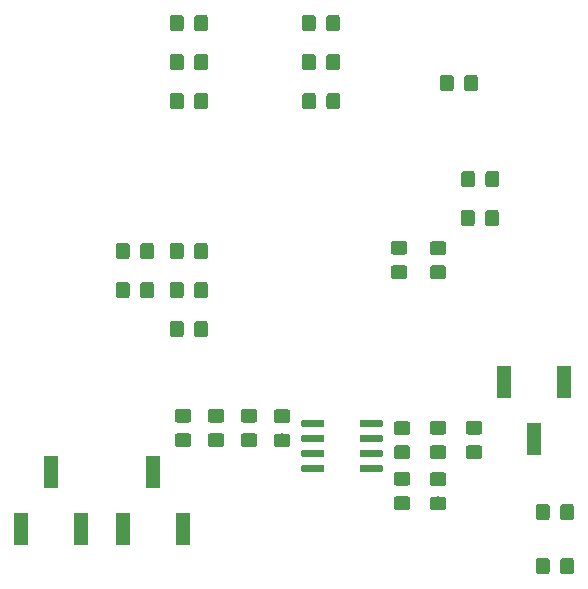
<source format=gtp>
G04 #@! TF.GenerationSoftware,KiCad,Pcbnew,5.1.2-f72e74a~84~ubuntu18.04.1*
G04 #@! TF.CreationDate,2019-06-17T21:00:12-04:00*
G04 #@! TF.ProjectId,CEM3320_LPF_plug_in_board,43454d33-3332-4305-9f4c-50465f706c75,1*
G04 #@! TF.SameCoordinates,Original*
G04 #@! TF.FileFunction,Paste,Top*
G04 #@! TF.FilePolarity,Positive*
%FSLAX46Y46*%
G04 Gerber Fmt 4.6, Leading zero omitted, Abs format (unit mm)*
G04 Created by KiCad (PCBNEW 5.1.2-f72e74a~84~ubuntu18.04.1) date 2019-06-17 21:00:12*
%MOMM*%
%LPD*%
G04 APERTURE LIST*
%ADD10C,0.100000*%
%ADD11C,1.150000*%
%ADD12C,0.600000*%
%ADD13R,1.190000X2.790000*%
G04 APERTURE END LIST*
D10*
G36*
X169384505Y-114742204D02*
G01*
X169408773Y-114745804D01*
X169432572Y-114751765D01*
X169455671Y-114760030D01*
X169477850Y-114770520D01*
X169498893Y-114783132D01*
X169518599Y-114797747D01*
X169536777Y-114814223D01*
X169553253Y-114832401D01*
X169567868Y-114852107D01*
X169580480Y-114873150D01*
X169590970Y-114895329D01*
X169599235Y-114918428D01*
X169605196Y-114942227D01*
X169608796Y-114966495D01*
X169610000Y-114990999D01*
X169610000Y-115641001D01*
X169608796Y-115665505D01*
X169605196Y-115689773D01*
X169599235Y-115713572D01*
X169590970Y-115736671D01*
X169580480Y-115758850D01*
X169567868Y-115779893D01*
X169553253Y-115799599D01*
X169536777Y-115817777D01*
X169518599Y-115834253D01*
X169498893Y-115848868D01*
X169477850Y-115861480D01*
X169455671Y-115871970D01*
X169432572Y-115880235D01*
X169408773Y-115886196D01*
X169384505Y-115889796D01*
X169360001Y-115891000D01*
X168459999Y-115891000D01*
X168435495Y-115889796D01*
X168411227Y-115886196D01*
X168387428Y-115880235D01*
X168364329Y-115871970D01*
X168342150Y-115861480D01*
X168321107Y-115848868D01*
X168301401Y-115834253D01*
X168283223Y-115817777D01*
X168266747Y-115799599D01*
X168252132Y-115779893D01*
X168239520Y-115758850D01*
X168229030Y-115736671D01*
X168220765Y-115713572D01*
X168214804Y-115689773D01*
X168211204Y-115665505D01*
X168210000Y-115641001D01*
X168210000Y-114990999D01*
X168211204Y-114966495D01*
X168214804Y-114942227D01*
X168220765Y-114918428D01*
X168229030Y-114895329D01*
X168239520Y-114873150D01*
X168252132Y-114852107D01*
X168266747Y-114832401D01*
X168283223Y-114814223D01*
X168301401Y-114797747D01*
X168321107Y-114783132D01*
X168342150Y-114770520D01*
X168364329Y-114760030D01*
X168387428Y-114751765D01*
X168411227Y-114745804D01*
X168435495Y-114742204D01*
X168459999Y-114741000D01*
X169360001Y-114741000D01*
X169384505Y-114742204D01*
X169384505Y-114742204D01*
G37*
D11*
X168910000Y-115316000D03*
D10*
G36*
X169384505Y-112692204D02*
G01*
X169408773Y-112695804D01*
X169432572Y-112701765D01*
X169455671Y-112710030D01*
X169477850Y-112720520D01*
X169498893Y-112733132D01*
X169518599Y-112747747D01*
X169536777Y-112764223D01*
X169553253Y-112782401D01*
X169567868Y-112802107D01*
X169580480Y-112823150D01*
X169590970Y-112845329D01*
X169599235Y-112868428D01*
X169605196Y-112892227D01*
X169608796Y-112916495D01*
X169610000Y-112940999D01*
X169610000Y-113591001D01*
X169608796Y-113615505D01*
X169605196Y-113639773D01*
X169599235Y-113663572D01*
X169590970Y-113686671D01*
X169580480Y-113708850D01*
X169567868Y-113729893D01*
X169553253Y-113749599D01*
X169536777Y-113767777D01*
X169518599Y-113784253D01*
X169498893Y-113798868D01*
X169477850Y-113811480D01*
X169455671Y-113821970D01*
X169432572Y-113830235D01*
X169408773Y-113836196D01*
X169384505Y-113839796D01*
X169360001Y-113841000D01*
X168459999Y-113841000D01*
X168435495Y-113839796D01*
X168411227Y-113836196D01*
X168387428Y-113830235D01*
X168364329Y-113821970D01*
X168342150Y-113811480D01*
X168321107Y-113798868D01*
X168301401Y-113784253D01*
X168283223Y-113767777D01*
X168266747Y-113749599D01*
X168252132Y-113729893D01*
X168239520Y-113708850D01*
X168229030Y-113686671D01*
X168220765Y-113663572D01*
X168214804Y-113639773D01*
X168211204Y-113615505D01*
X168210000Y-113591001D01*
X168210000Y-112940999D01*
X168211204Y-112916495D01*
X168214804Y-112892227D01*
X168220765Y-112868428D01*
X168229030Y-112845329D01*
X168239520Y-112823150D01*
X168252132Y-112802107D01*
X168266747Y-112782401D01*
X168283223Y-112764223D01*
X168301401Y-112747747D01*
X168321107Y-112733132D01*
X168342150Y-112720520D01*
X168364329Y-112710030D01*
X168387428Y-112701765D01*
X168411227Y-112695804D01*
X168435495Y-112692204D01*
X168459999Y-112691000D01*
X169360001Y-112691000D01*
X169384505Y-112692204D01*
X169384505Y-112692204D01*
G37*
D11*
X168910000Y-113266000D03*
D10*
G36*
X153382505Y-111676204D02*
G01*
X153406773Y-111679804D01*
X153430572Y-111685765D01*
X153453671Y-111694030D01*
X153475850Y-111704520D01*
X153496893Y-111717132D01*
X153516599Y-111731747D01*
X153534777Y-111748223D01*
X153551253Y-111766401D01*
X153565868Y-111786107D01*
X153578480Y-111807150D01*
X153588970Y-111829329D01*
X153597235Y-111852428D01*
X153603196Y-111876227D01*
X153606796Y-111900495D01*
X153608000Y-111924999D01*
X153608000Y-112575001D01*
X153606796Y-112599505D01*
X153603196Y-112623773D01*
X153597235Y-112647572D01*
X153588970Y-112670671D01*
X153578480Y-112692850D01*
X153565868Y-112713893D01*
X153551253Y-112733599D01*
X153534777Y-112751777D01*
X153516599Y-112768253D01*
X153496893Y-112782868D01*
X153475850Y-112795480D01*
X153453671Y-112805970D01*
X153430572Y-112814235D01*
X153406773Y-112820196D01*
X153382505Y-112823796D01*
X153358001Y-112825000D01*
X152457999Y-112825000D01*
X152433495Y-112823796D01*
X152409227Y-112820196D01*
X152385428Y-112814235D01*
X152362329Y-112805970D01*
X152340150Y-112795480D01*
X152319107Y-112782868D01*
X152299401Y-112768253D01*
X152281223Y-112751777D01*
X152264747Y-112733599D01*
X152250132Y-112713893D01*
X152237520Y-112692850D01*
X152227030Y-112670671D01*
X152218765Y-112647572D01*
X152212804Y-112623773D01*
X152209204Y-112599505D01*
X152208000Y-112575001D01*
X152208000Y-111924999D01*
X152209204Y-111900495D01*
X152212804Y-111876227D01*
X152218765Y-111852428D01*
X152227030Y-111829329D01*
X152237520Y-111807150D01*
X152250132Y-111786107D01*
X152264747Y-111766401D01*
X152281223Y-111748223D01*
X152299401Y-111731747D01*
X152319107Y-111717132D01*
X152340150Y-111704520D01*
X152362329Y-111694030D01*
X152385428Y-111685765D01*
X152409227Y-111679804D01*
X152433495Y-111676204D01*
X152457999Y-111675000D01*
X153358001Y-111675000D01*
X153382505Y-111676204D01*
X153382505Y-111676204D01*
G37*
D11*
X152908000Y-112250000D03*
D10*
G36*
X153382505Y-113726204D02*
G01*
X153406773Y-113729804D01*
X153430572Y-113735765D01*
X153453671Y-113744030D01*
X153475850Y-113754520D01*
X153496893Y-113767132D01*
X153516599Y-113781747D01*
X153534777Y-113798223D01*
X153551253Y-113816401D01*
X153565868Y-113836107D01*
X153578480Y-113857150D01*
X153588970Y-113879329D01*
X153597235Y-113902428D01*
X153603196Y-113926227D01*
X153606796Y-113950495D01*
X153608000Y-113974999D01*
X153608000Y-114625001D01*
X153606796Y-114649505D01*
X153603196Y-114673773D01*
X153597235Y-114697572D01*
X153588970Y-114720671D01*
X153578480Y-114742850D01*
X153565868Y-114763893D01*
X153551253Y-114783599D01*
X153534777Y-114801777D01*
X153516599Y-114818253D01*
X153496893Y-114832868D01*
X153475850Y-114845480D01*
X153453671Y-114855970D01*
X153430572Y-114864235D01*
X153406773Y-114870196D01*
X153382505Y-114873796D01*
X153358001Y-114875000D01*
X152457999Y-114875000D01*
X152433495Y-114873796D01*
X152409227Y-114870196D01*
X152385428Y-114864235D01*
X152362329Y-114855970D01*
X152340150Y-114845480D01*
X152319107Y-114832868D01*
X152299401Y-114818253D01*
X152281223Y-114801777D01*
X152264747Y-114783599D01*
X152250132Y-114763893D01*
X152237520Y-114742850D01*
X152227030Y-114720671D01*
X152218765Y-114697572D01*
X152212804Y-114673773D01*
X152209204Y-114649505D01*
X152208000Y-114625001D01*
X152208000Y-113974999D01*
X152209204Y-113950495D01*
X152212804Y-113926227D01*
X152218765Y-113902428D01*
X152227030Y-113879329D01*
X152237520Y-113857150D01*
X152250132Y-113836107D01*
X152264747Y-113816401D01*
X152281223Y-113798223D01*
X152299401Y-113781747D01*
X152319107Y-113767132D01*
X152340150Y-113754520D01*
X152362329Y-113744030D01*
X152385428Y-113735765D01*
X152409227Y-113729804D01*
X152433495Y-113726204D01*
X152457999Y-113725000D01*
X153358001Y-113725000D01*
X153382505Y-113726204D01*
X153382505Y-113726204D01*
G37*
D11*
X152908000Y-114300000D03*
D10*
G36*
X164096703Y-112603722D02*
G01*
X164111264Y-112605882D01*
X164125543Y-112609459D01*
X164139403Y-112614418D01*
X164152710Y-112620712D01*
X164165336Y-112628280D01*
X164177159Y-112637048D01*
X164188066Y-112646934D01*
X164197952Y-112657841D01*
X164206720Y-112669664D01*
X164214288Y-112682290D01*
X164220582Y-112695597D01*
X164225541Y-112709457D01*
X164229118Y-112723736D01*
X164231278Y-112738297D01*
X164232000Y-112753000D01*
X164232000Y-113053000D01*
X164231278Y-113067703D01*
X164229118Y-113082264D01*
X164225541Y-113096543D01*
X164220582Y-113110403D01*
X164214288Y-113123710D01*
X164206720Y-113136336D01*
X164197952Y-113148159D01*
X164188066Y-113159066D01*
X164177159Y-113168952D01*
X164165336Y-113177720D01*
X164152710Y-113185288D01*
X164139403Y-113191582D01*
X164125543Y-113196541D01*
X164111264Y-113200118D01*
X164096703Y-113202278D01*
X164082000Y-113203000D01*
X162432000Y-113203000D01*
X162417297Y-113202278D01*
X162402736Y-113200118D01*
X162388457Y-113196541D01*
X162374597Y-113191582D01*
X162361290Y-113185288D01*
X162348664Y-113177720D01*
X162336841Y-113168952D01*
X162325934Y-113159066D01*
X162316048Y-113148159D01*
X162307280Y-113136336D01*
X162299712Y-113123710D01*
X162293418Y-113110403D01*
X162288459Y-113096543D01*
X162284882Y-113082264D01*
X162282722Y-113067703D01*
X162282000Y-113053000D01*
X162282000Y-112753000D01*
X162282722Y-112738297D01*
X162284882Y-112723736D01*
X162288459Y-112709457D01*
X162293418Y-112695597D01*
X162299712Y-112682290D01*
X162307280Y-112669664D01*
X162316048Y-112657841D01*
X162325934Y-112646934D01*
X162336841Y-112637048D01*
X162348664Y-112628280D01*
X162361290Y-112620712D01*
X162374597Y-112614418D01*
X162388457Y-112609459D01*
X162402736Y-112605882D01*
X162417297Y-112603722D01*
X162432000Y-112603000D01*
X164082000Y-112603000D01*
X164096703Y-112603722D01*
X164096703Y-112603722D01*
G37*
D12*
X163257000Y-112903000D03*
D10*
G36*
X164096703Y-113873722D02*
G01*
X164111264Y-113875882D01*
X164125543Y-113879459D01*
X164139403Y-113884418D01*
X164152710Y-113890712D01*
X164165336Y-113898280D01*
X164177159Y-113907048D01*
X164188066Y-113916934D01*
X164197952Y-113927841D01*
X164206720Y-113939664D01*
X164214288Y-113952290D01*
X164220582Y-113965597D01*
X164225541Y-113979457D01*
X164229118Y-113993736D01*
X164231278Y-114008297D01*
X164232000Y-114023000D01*
X164232000Y-114323000D01*
X164231278Y-114337703D01*
X164229118Y-114352264D01*
X164225541Y-114366543D01*
X164220582Y-114380403D01*
X164214288Y-114393710D01*
X164206720Y-114406336D01*
X164197952Y-114418159D01*
X164188066Y-114429066D01*
X164177159Y-114438952D01*
X164165336Y-114447720D01*
X164152710Y-114455288D01*
X164139403Y-114461582D01*
X164125543Y-114466541D01*
X164111264Y-114470118D01*
X164096703Y-114472278D01*
X164082000Y-114473000D01*
X162432000Y-114473000D01*
X162417297Y-114472278D01*
X162402736Y-114470118D01*
X162388457Y-114466541D01*
X162374597Y-114461582D01*
X162361290Y-114455288D01*
X162348664Y-114447720D01*
X162336841Y-114438952D01*
X162325934Y-114429066D01*
X162316048Y-114418159D01*
X162307280Y-114406336D01*
X162299712Y-114393710D01*
X162293418Y-114380403D01*
X162288459Y-114366543D01*
X162284882Y-114352264D01*
X162282722Y-114337703D01*
X162282000Y-114323000D01*
X162282000Y-114023000D01*
X162282722Y-114008297D01*
X162284882Y-113993736D01*
X162288459Y-113979457D01*
X162293418Y-113965597D01*
X162299712Y-113952290D01*
X162307280Y-113939664D01*
X162316048Y-113927841D01*
X162325934Y-113916934D01*
X162336841Y-113907048D01*
X162348664Y-113898280D01*
X162361290Y-113890712D01*
X162374597Y-113884418D01*
X162388457Y-113879459D01*
X162402736Y-113875882D01*
X162417297Y-113873722D01*
X162432000Y-113873000D01*
X164082000Y-113873000D01*
X164096703Y-113873722D01*
X164096703Y-113873722D01*
G37*
D12*
X163257000Y-114173000D03*
D10*
G36*
X164096703Y-115143722D02*
G01*
X164111264Y-115145882D01*
X164125543Y-115149459D01*
X164139403Y-115154418D01*
X164152710Y-115160712D01*
X164165336Y-115168280D01*
X164177159Y-115177048D01*
X164188066Y-115186934D01*
X164197952Y-115197841D01*
X164206720Y-115209664D01*
X164214288Y-115222290D01*
X164220582Y-115235597D01*
X164225541Y-115249457D01*
X164229118Y-115263736D01*
X164231278Y-115278297D01*
X164232000Y-115293000D01*
X164232000Y-115593000D01*
X164231278Y-115607703D01*
X164229118Y-115622264D01*
X164225541Y-115636543D01*
X164220582Y-115650403D01*
X164214288Y-115663710D01*
X164206720Y-115676336D01*
X164197952Y-115688159D01*
X164188066Y-115699066D01*
X164177159Y-115708952D01*
X164165336Y-115717720D01*
X164152710Y-115725288D01*
X164139403Y-115731582D01*
X164125543Y-115736541D01*
X164111264Y-115740118D01*
X164096703Y-115742278D01*
X164082000Y-115743000D01*
X162432000Y-115743000D01*
X162417297Y-115742278D01*
X162402736Y-115740118D01*
X162388457Y-115736541D01*
X162374597Y-115731582D01*
X162361290Y-115725288D01*
X162348664Y-115717720D01*
X162336841Y-115708952D01*
X162325934Y-115699066D01*
X162316048Y-115688159D01*
X162307280Y-115676336D01*
X162299712Y-115663710D01*
X162293418Y-115650403D01*
X162288459Y-115636543D01*
X162284882Y-115622264D01*
X162282722Y-115607703D01*
X162282000Y-115593000D01*
X162282000Y-115293000D01*
X162282722Y-115278297D01*
X162284882Y-115263736D01*
X162288459Y-115249457D01*
X162293418Y-115235597D01*
X162299712Y-115222290D01*
X162307280Y-115209664D01*
X162316048Y-115197841D01*
X162325934Y-115186934D01*
X162336841Y-115177048D01*
X162348664Y-115168280D01*
X162361290Y-115160712D01*
X162374597Y-115154418D01*
X162388457Y-115149459D01*
X162402736Y-115145882D01*
X162417297Y-115143722D01*
X162432000Y-115143000D01*
X164082000Y-115143000D01*
X164096703Y-115143722D01*
X164096703Y-115143722D01*
G37*
D12*
X163257000Y-115443000D03*
D10*
G36*
X164096703Y-116413722D02*
G01*
X164111264Y-116415882D01*
X164125543Y-116419459D01*
X164139403Y-116424418D01*
X164152710Y-116430712D01*
X164165336Y-116438280D01*
X164177159Y-116447048D01*
X164188066Y-116456934D01*
X164197952Y-116467841D01*
X164206720Y-116479664D01*
X164214288Y-116492290D01*
X164220582Y-116505597D01*
X164225541Y-116519457D01*
X164229118Y-116533736D01*
X164231278Y-116548297D01*
X164232000Y-116563000D01*
X164232000Y-116863000D01*
X164231278Y-116877703D01*
X164229118Y-116892264D01*
X164225541Y-116906543D01*
X164220582Y-116920403D01*
X164214288Y-116933710D01*
X164206720Y-116946336D01*
X164197952Y-116958159D01*
X164188066Y-116969066D01*
X164177159Y-116978952D01*
X164165336Y-116987720D01*
X164152710Y-116995288D01*
X164139403Y-117001582D01*
X164125543Y-117006541D01*
X164111264Y-117010118D01*
X164096703Y-117012278D01*
X164082000Y-117013000D01*
X162432000Y-117013000D01*
X162417297Y-117012278D01*
X162402736Y-117010118D01*
X162388457Y-117006541D01*
X162374597Y-117001582D01*
X162361290Y-116995288D01*
X162348664Y-116987720D01*
X162336841Y-116978952D01*
X162325934Y-116969066D01*
X162316048Y-116958159D01*
X162307280Y-116946336D01*
X162299712Y-116933710D01*
X162293418Y-116920403D01*
X162288459Y-116906543D01*
X162284882Y-116892264D01*
X162282722Y-116877703D01*
X162282000Y-116863000D01*
X162282000Y-116563000D01*
X162282722Y-116548297D01*
X162284882Y-116533736D01*
X162288459Y-116519457D01*
X162293418Y-116505597D01*
X162299712Y-116492290D01*
X162307280Y-116479664D01*
X162316048Y-116467841D01*
X162325934Y-116456934D01*
X162336841Y-116447048D01*
X162348664Y-116438280D01*
X162361290Y-116430712D01*
X162374597Y-116424418D01*
X162388457Y-116419459D01*
X162402736Y-116415882D01*
X162417297Y-116413722D01*
X162432000Y-116413000D01*
X164082000Y-116413000D01*
X164096703Y-116413722D01*
X164096703Y-116413722D01*
G37*
D12*
X163257000Y-116713000D03*
D10*
G36*
X159146703Y-116413722D02*
G01*
X159161264Y-116415882D01*
X159175543Y-116419459D01*
X159189403Y-116424418D01*
X159202710Y-116430712D01*
X159215336Y-116438280D01*
X159227159Y-116447048D01*
X159238066Y-116456934D01*
X159247952Y-116467841D01*
X159256720Y-116479664D01*
X159264288Y-116492290D01*
X159270582Y-116505597D01*
X159275541Y-116519457D01*
X159279118Y-116533736D01*
X159281278Y-116548297D01*
X159282000Y-116563000D01*
X159282000Y-116863000D01*
X159281278Y-116877703D01*
X159279118Y-116892264D01*
X159275541Y-116906543D01*
X159270582Y-116920403D01*
X159264288Y-116933710D01*
X159256720Y-116946336D01*
X159247952Y-116958159D01*
X159238066Y-116969066D01*
X159227159Y-116978952D01*
X159215336Y-116987720D01*
X159202710Y-116995288D01*
X159189403Y-117001582D01*
X159175543Y-117006541D01*
X159161264Y-117010118D01*
X159146703Y-117012278D01*
X159132000Y-117013000D01*
X157482000Y-117013000D01*
X157467297Y-117012278D01*
X157452736Y-117010118D01*
X157438457Y-117006541D01*
X157424597Y-117001582D01*
X157411290Y-116995288D01*
X157398664Y-116987720D01*
X157386841Y-116978952D01*
X157375934Y-116969066D01*
X157366048Y-116958159D01*
X157357280Y-116946336D01*
X157349712Y-116933710D01*
X157343418Y-116920403D01*
X157338459Y-116906543D01*
X157334882Y-116892264D01*
X157332722Y-116877703D01*
X157332000Y-116863000D01*
X157332000Y-116563000D01*
X157332722Y-116548297D01*
X157334882Y-116533736D01*
X157338459Y-116519457D01*
X157343418Y-116505597D01*
X157349712Y-116492290D01*
X157357280Y-116479664D01*
X157366048Y-116467841D01*
X157375934Y-116456934D01*
X157386841Y-116447048D01*
X157398664Y-116438280D01*
X157411290Y-116430712D01*
X157424597Y-116424418D01*
X157438457Y-116419459D01*
X157452736Y-116415882D01*
X157467297Y-116413722D01*
X157482000Y-116413000D01*
X159132000Y-116413000D01*
X159146703Y-116413722D01*
X159146703Y-116413722D01*
G37*
D12*
X158307000Y-116713000D03*
D10*
G36*
X159146703Y-115143722D02*
G01*
X159161264Y-115145882D01*
X159175543Y-115149459D01*
X159189403Y-115154418D01*
X159202710Y-115160712D01*
X159215336Y-115168280D01*
X159227159Y-115177048D01*
X159238066Y-115186934D01*
X159247952Y-115197841D01*
X159256720Y-115209664D01*
X159264288Y-115222290D01*
X159270582Y-115235597D01*
X159275541Y-115249457D01*
X159279118Y-115263736D01*
X159281278Y-115278297D01*
X159282000Y-115293000D01*
X159282000Y-115593000D01*
X159281278Y-115607703D01*
X159279118Y-115622264D01*
X159275541Y-115636543D01*
X159270582Y-115650403D01*
X159264288Y-115663710D01*
X159256720Y-115676336D01*
X159247952Y-115688159D01*
X159238066Y-115699066D01*
X159227159Y-115708952D01*
X159215336Y-115717720D01*
X159202710Y-115725288D01*
X159189403Y-115731582D01*
X159175543Y-115736541D01*
X159161264Y-115740118D01*
X159146703Y-115742278D01*
X159132000Y-115743000D01*
X157482000Y-115743000D01*
X157467297Y-115742278D01*
X157452736Y-115740118D01*
X157438457Y-115736541D01*
X157424597Y-115731582D01*
X157411290Y-115725288D01*
X157398664Y-115717720D01*
X157386841Y-115708952D01*
X157375934Y-115699066D01*
X157366048Y-115688159D01*
X157357280Y-115676336D01*
X157349712Y-115663710D01*
X157343418Y-115650403D01*
X157338459Y-115636543D01*
X157334882Y-115622264D01*
X157332722Y-115607703D01*
X157332000Y-115593000D01*
X157332000Y-115293000D01*
X157332722Y-115278297D01*
X157334882Y-115263736D01*
X157338459Y-115249457D01*
X157343418Y-115235597D01*
X157349712Y-115222290D01*
X157357280Y-115209664D01*
X157366048Y-115197841D01*
X157375934Y-115186934D01*
X157386841Y-115177048D01*
X157398664Y-115168280D01*
X157411290Y-115160712D01*
X157424597Y-115154418D01*
X157438457Y-115149459D01*
X157452736Y-115145882D01*
X157467297Y-115143722D01*
X157482000Y-115143000D01*
X159132000Y-115143000D01*
X159146703Y-115143722D01*
X159146703Y-115143722D01*
G37*
D12*
X158307000Y-115443000D03*
D10*
G36*
X159146703Y-113873722D02*
G01*
X159161264Y-113875882D01*
X159175543Y-113879459D01*
X159189403Y-113884418D01*
X159202710Y-113890712D01*
X159215336Y-113898280D01*
X159227159Y-113907048D01*
X159238066Y-113916934D01*
X159247952Y-113927841D01*
X159256720Y-113939664D01*
X159264288Y-113952290D01*
X159270582Y-113965597D01*
X159275541Y-113979457D01*
X159279118Y-113993736D01*
X159281278Y-114008297D01*
X159282000Y-114023000D01*
X159282000Y-114323000D01*
X159281278Y-114337703D01*
X159279118Y-114352264D01*
X159275541Y-114366543D01*
X159270582Y-114380403D01*
X159264288Y-114393710D01*
X159256720Y-114406336D01*
X159247952Y-114418159D01*
X159238066Y-114429066D01*
X159227159Y-114438952D01*
X159215336Y-114447720D01*
X159202710Y-114455288D01*
X159189403Y-114461582D01*
X159175543Y-114466541D01*
X159161264Y-114470118D01*
X159146703Y-114472278D01*
X159132000Y-114473000D01*
X157482000Y-114473000D01*
X157467297Y-114472278D01*
X157452736Y-114470118D01*
X157438457Y-114466541D01*
X157424597Y-114461582D01*
X157411290Y-114455288D01*
X157398664Y-114447720D01*
X157386841Y-114438952D01*
X157375934Y-114429066D01*
X157366048Y-114418159D01*
X157357280Y-114406336D01*
X157349712Y-114393710D01*
X157343418Y-114380403D01*
X157338459Y-114366543D01*
X157334882Y-114352264D01*
X157332722Y-114337703D01*
X157332000Y-114323000D01*
X157332000Y-114023000D01*
X157332722Y-114008297D01*
X157334882Y-113993736D01*
X157338459Y-113979457D01*
X157343418Y-113965597D01*
X157349712Y-113952290D01*
X157357280Y-113939664D01*
X157366048Y-113927841D01*
X157375934Y-113916934D01*
X157386841Y-113907048D01*
X157398664Y-113898280D01*
X157411290Y-113890712D01*
X157424597Y-113884418D01*
X157438457Y-113879459D01*
X157452736Y-113875882D01*
X157467297Y-113873722D01*
X157482000Y-113873000D01*
X159132000Y-113873000D01*
X159146703Y-113873722D01*
X159146703Y-113873722D01*
G37*
D12*
X158307000Y-114173000D03*
D10*
G36*
X159146703Y-112603722D02*
G01*
X159161264Y-112605882D01*
X159175543Y-112609459D01*
X159189403Y-112614418D01*
X159202710Y-112620712D01*
X159215336Y-112628280D01*
X159227159Y-112637048D01*
X159238066Y-112646934D01*
X159247952Y-112657841D01*
X159256720Y-112669664D01*
X159264288Y-112682290D01*
X159270582Y-112695597D01*
X159275541Y-112709457D01*
X159279118Y-112723736D01*
X159281278Y-112738297D01*
X159282000Y-112753000D01*
X159282000Y-113053000D01*
X159281278Y-113067703D01*
X159279118Y-113082264D01*
X159275541Y-113096543D01*
X159270582Y-113110403D01*
X159264288Y-113123710D01*
X159256720Y-113136336D01*
X159247952Y-113148159D01*
X159238066Y-113159066D01*
X159227159Y-113168952D01*
X159215336Y-113177720D01*
X159202710Y-113185288D01*
X159189403Y-113191582D01*
X159175543Y-113196541D01*
X159161264Y-113200118D01*
X159146703Y-113202278D01*
X159132000Y-113203000D01*
X157482000Y-113203000D01*
X157467297Y-113202278D01*
X157452736Y-113200118D01*
X157438457Y-113196541D01*
X157424597Y-113191582D01*
X157411290Y-113185288D01*
X157398664Y-113177720D01*
X157386841Y-113168952D01*
X157375934Y-113159066D01*
X157366048Y-113148159D01*
X157357280Y-113136336D01*
X157349712Y-113123710D01*
X157343418Y-113110403D01*
X157338459Y-113096543D01*
X157334882Y-113082264D01*
X157332722Y-113067703D01*
X157332000Y-113053000D01*
X157332000Y-112753000D01*
X157332722Y-112738297D01*
X157334882Y-112723736D01*
X157338459Y-112709457D01*
X157343418Y-112695597D01*
X157349712Y-112682290D01*
X157357280Y-112669664D01*
X157366048Y-112657841D01*
X157375934Y-112646934D01*
X157386841Y-112637048D01*
X157398664Y-112628280D01*
X157411290Y-112620712D01*
X157424597Y-112614418D01*
X157438457Y-112609459D01*
X157452736Y-112605882D01*
X157467297Y-112603722D01*
X157482000Y-112603000D01*
X159132000Y-112603000D01*
X159146703Y-112603722D01*
X159146703Y-112603722D01*
G37*
D12*
X158307000Y-112903000D03*
D13*
X174498000Y-109345000D03*
X177038000Y-114175000D03*
X179578000Y-109345000D03*
X147320000Y-121795000D03*
X144780000Y-116965000D03*
X142240000Y-121795000D03*
X138684000Y-121795000D03*
X136144000Y-116965000D03*
X133604000Y-121795000D03*
D10*
G36*
X166336505Y-117010204D02*
G01*
X166360773Y-117013804D01*
X166384572Y-117019765D01*
X166407671Y-117028030D01*
X166429850Y-117038520D01*
X166450893Y-117051132D01*
X166470599Y-117065747D01*
X166488777Y-117082223D01*
X166505253Y-117100401D01*
X166519868Y-117120107D01*
X166532480Y-117141150D01*
X166542970Y-117163329D01*
X166551235Y-117186428D01*
X166557196Y-117210227D01*
X166560796Y-117234495D01*
X166562000Y-117258999D01*
X166562000Y-117909001D01*
X166560796Y-117933505D01*
X166557196Y-117957773D01*
X166551235Y-117981572D01*
X166542970Y-118004671D01*
X166532480Y-118026850D01*
X166519868Y-118047893D01*
X166505253Y-118067599D01*
X166488777Y-118085777D01*
X166470599Y-118102253D01*
X166450893Y-118116868D01*
X166429850Y-118129480D01*
X166407671Y-118139970D01*
X166384572Y-118148235D01*
X166360773Y-118154196D01*
X166336505Y-118157796D01*
X166312001Y-118159000D01*
X165411999Y-118159000D01*
X165387495Y-118157796D01*
X165363227Y-118154196D01*
X165339428Y-118148235D01*
X165316329Y-118139970D01*
X165294150Y-118129480D01*
X165273107Y-118116868D01*
X165253401Y-118102253D01*
X165235223Y-118085777D01*
X165218747Y-118067599D01*
X165204132Y-118047893D01*
X165191520Y-118026850D01*
X165181030Y-118004671D01*
X165172765Y-117981572D01*
X165166804Y-117957773D01*
X165163204Y-117933505D01*
X165162000Y-117909001D01*
X165162000Y-117258999D01*
X165163204Y-117234495D01*
X165166804Y-117210227D01*
X165172765Y-117186428D01*
X165181030Y-117163329D01*
X165191520Y-117141150D01*
X165204132Y-117120107D01*
X165218747Y-117100401D01*
X165235223Y-117082223D01*
X165253401Y-117065747D01*
X165273107Y-117051132D01*
X165294150Y-117038520D01*
X165316329Y-117028030D01*
X165339428Y-117019765D01*
X165363227Y-117013804D01*
X165387495Y-117010204D01*
X165411999Y-117009000D01*
X166312001Y-117009000D01*
X166336505Y-117010204D01*
X166336505Y-117010204D01*
G37*
D11*
X165862000Y-117584000D03*
D10*
G36*
X166336505Y-119060204D02*
G01*
X166360773Y-119063804D01*
X166384572Y-119069765D01*
X166407671Y-119078030D01*
X166429850Y-119088520D01*
X166450893Y-119101132D01*
X166470599Y-119115747D01*
X166488777Y-119132223D01*
X166505253Y-119150401D01*
X166519868Y-119170107D01*
X166532480Y-119191150D01*
X166542970Y-119213329D01*
X166551235Y-119236428D01*
X166557196Y-119260227D01*
X166560796Y-119284495D01*
X166562000Y-119308999D01*
X166562000Y-119959001D01*
X166560796Y-119983505D01*
X166557196Y-120007773D01*
X166551235Y-120031572D01*
X166542970Y-120054671D01*
X166532480Y-120076850D01*
X166519868Y-120097893D01*
X166505253Y-120117599D01*
X166488777Y-120135777D01*
X166470599Y-120152253D01*
X166450893Y-120166868D01*
X166429850Y-120179480D01*
X166407671Y-120189970D01*
X166384572Y-120198235D01*
X166360773Y-120204196D01*
X166336505Y-120207796D01*
X166312001Y-120209000D01*
X165411999Y-120209000D01*
X165387495Y-120207796D01*
X165363227Y-120204196D01*
X165339428Y-120198235D01*
X165316329Y-120189970D01*
X165294150Y-120179480D01*
X165273107Y-120166868D01*
X165253401Y-120152253D01*
X165235223Y-120135777D01*
X165218747Y-120117599D01*
X165204132Y-120097893D01*
X165191520Y-120076850D01*
X165181030Y-120054671D01*
X165172765Y-120031572D01*
X165166804Y-120007773D01*
X165163204Y-119983505D01*
X165162000Y-119959001D01*
X165162000Y-119308999D01*
X165163204Y-119284495D01*
X165166804Y-119260227D01*
X165172765Y-119236428D01*
X165181030Y-119213329D01*
X165191520Y-119191150D01*
X165204132Y-119170107D01*
X165218747Y-119150401D01*
X165235223Y-119132223D01*
X165253401Y-119115747D01*
X165273107Y-119101132D01*
X165294150Y-119088520D01*
X165316329Y-119078030D01*
X165339428Y-119069765D01*
X165363227Y-119063804D01*
X165387495Y-119060204D01*
X165411999Y-119059000D01*
X166312001Y-119059000D01*
X166336505Y-119060204D01*
X166336505Y-119060204D01*
G37*
D11*
X165862000Y-119634000D03*
D10*
G36*
X172432505Y-114742204D02*
G01*
X172456773Y-114745804D01*
X172480572Y-114751765D01*
X172503671Y-114760030D01*
X172525850Y-114770520D01*
X172546893Y-114783132D01*
X172566599Y-114797747D01*
X172584777Y-114814223D01*
X172601253Y-114832401D01*
X172615868Y-114852107D01*
X172628480Y-114873150D01*
X172638970Y-114895329D01*
X172647235Y-114918428D01*
X172653196Y-114942227D01*
X172656796Y-114966495D01*
X172658000Y-114990999D01*
X172658000Y-115641001D01*
X172656796Y-115665505D01*
X172653196Y-115689773D01*
X172647235Y-115713572D01*
X172638970Y-115736671D01*
X172628480Y-115758850D01*
X172615868Y-115779893D01*
X172601253Y-115799599D01*
X172584777Y-115817777D01*
X172566599Y-115834253D01*
X172546893Y-115848868D01*
X172525850Y-115861480D01*
X172503671Y-115871970D01*
X172480572Y-115880235D01*
X172456773Y-115886196D01*
X172432505Y-115889796D01*
X172408001Y-115891000D01*
X171507999Y-115891000D01*
X171483495Y-115889796D01*
X171459227Y-115886196D01*
X171435428Y-115880235D01*
X171412329Y-115871970D01*
X171390150Y-115861480D01*
X171369107Y-115848868D01*
X171349401Y-115834253D01*
X171331223Y-115817777D01*
X171314747Y-115799599D01*
X171300132Y-115779893D01*
X171287520Y-115758850D01*
X171277030Y-115736671D01*
X171268765Y-115713572D01*
X171262804Y-115689773D01*
X171259204Y-115665505D01*
X171258000Y-115641001D01*
X171258000Y-114990999D01*
X171259204Y-114966495D01*
X171262804Y-114942227D01*
X171268765Y-114918428D01*
X171277030Y-114895329D01*
X171287520Y-114873150D01*
X171300132Y-114852107D01*
X171314747Y-114832401D01*
X171331223Y-114814223D01*
X171349401Y-114797747D01*
X171369107Y-114783132D01*
X171390150Y-114770520D01*
X171412329Y-114760030D01*
X171435428Y-114751765D01*
X171459227Y-114745804D01*
X171483495Y-114742204D01*
X171507999Y-114741000D01*
X172408001Y-114741000D01*
X172432505Y-114742204D01*
X172432505Y-114742204D01*
G37*
D11*
X171958000Y-115316000D03*
D10*
G36*
X172432505Y-112692204D02*
G01*
X172456773Y-112695804D01*
X172480572Y-112701765D01*
X172503671Y-112710030D01*
X172525850Y-112720520D01*
X172546893Y-112733132D01*
X172566599Y-112747747D01*
X172584777Y-112764223D01*
X172601253Y-112782401D01*
X172615868Y-112802107D01*
X172628480Y-112823150D01*
X172638970Y-112845329D01*
X172647235Y-112868428D01*
X172653196Y-112892227D01*
X172656796Y-112916495D01*
X172658000Y-112940999D01*
X172658000Y-113591001D01*
X172656796Y-113615505D01*
X172653196Y-113639773D01*
X172647235Y-113663572D01*
X172638970Y-113686671D01*
X172628480Y-113708850D01*
X172615868Y-113729893D01*
X172601253Y-113749599D01*
X172584777Y-113767777D01*
X172566599Y-113784253D01*
X172546893Y-113798868D01*
X172525850Y-113811480D01*
X172503671Y-113821970D01*
X172480572Y-113830235D01*
X172456773Y-113836196D01*
X172432505Y-113839796D01*
X172408001Y-113841000D01*
X171507999Y-113841000D01*
X171483495Y-113839796D01*
X171459227Y-113836196D01*
X171435428Y-113830235D01*
X171412329Y-113821970D01*
X171390150Y-113811480D01*
X171369107Y-113798868D01*
X171349401Y-113784253D01*
X171331223Y-113767777D01*
X171314747Y-113749599D01*
X171300132Y-113729893D01*
X171287520Y-113708850D01*
X171277030Y-113686671D01*
X171268765Y-113663572D01*
X171262804Y-113639773D01*
X171259204Y-113615505D01*
X171258000Y-113591001D01*
X171258000Y-112940999D01*
X171259204Y-112916495D01*
X171262804Y-112892227D01*
X171268765Y-112868428D01*
X171277030Y-112845329D01*
X171287520Y-112823150D01*
X171300132Y-112802107D01*
X171314747Y-112782401D01*
X171331223Y-112764223D01*
X171349401Y-112747747D01*
X171369107Y-112733132D01*
X171390150Y-112720520D01*
X171412329Y-112710030D01*
X171435428Y-112701765D01*
X171459227Y-112695804D01*
X171483495Y-112692204D01*
X171507999Y-112691000D01*
X172408001Y-112691000D01*
X172432505Y-112692204D01*
X172432505Y-112692204D01*
G37*
D11*
X171958000Y-113266000D03*
D10*
G36*
X169384505Y-117028204D02*
G01*
X169408773Y-117031804D01*
X169432572Y-117037765D01*
X169455671Y-117046030D01*
X169477850Y-117056520D01*
X169498893Y-117069132D01*
X169518599Y-117083747D01*
X169536777Y-117100223D01*
X169553253Y-117118401D01*
X169567868Y-117138107D01*
X169580480Y-117159150D01*
X169590970Y-117181329D01*
X169599235Y-117204428D01*
X169605196Y-117228227D01*
X169608796Y-117252495D01*
X169610000Y-117276999D01*
X169610000Y-117927001D01*
X169608796Y-117951505D01*
X169605196Y-117975773D01*
X169599235Y-117999572D01*
X169590970Y-118022671D01*
X169580480Y-118044850D01*
X169567868Y-118065893D01*
X169553253Y-118085599D01*
X169536777Y-118103777D01*
X169518599Y-118120253D01*
X169498893Y-118134868D01*
X169477850Y-118147480D01*
X169455671Y-118157970D01*
X169432572Y-118166235D01*
X169408773Y-118172196D01*
X169384505Y-118175796D01*
X169360001Y-118177000D01*
X168459999Y-118177000D01*
X168435495Y-118175796D01*
X168411227Y-118172196D01*
X168387428Y-118166235D01*
X168364329Y-118157970D01*
X168342150Y-118147480D01*
X168321107Y-118134868D01*
X168301401Y-118120253D01*
X168283223Y-118103777D01*
X168266747Y-118085599D01*
X168252132Y-118065893D01*
X168239520Y-118044850D01*
X168229030Y-118022671D01*
X168220765Y-117999572D01*
X168214804Y-117975773D01*
X168211204Y-117951505D01*
X168210000Y-117927001D01*
X168210000Y-117276999D01*
X168211204Y-117252495D01*
X168214804Y-117228227D01*
X168220765Y-117204428D01*
X168229030Y-117181329D01*
X168239520Y-117159150D01*
X168252132Y-117138107D01*
X168266747Y-117118401D01*
X168283223Y-117100223D01*
X168301401Y-117083747D01*
X168321107Y-117069132D01*
X168342150Y-117056520D01*
X168364329Y-117046030D01*
X168387428Y-117037765D01*
X168411227Y-117031804D01*
X168435495Y-117028204D01*
X168459999Y-117027000D01*
X169360001Y-117027000D01*
X169384505Y-117028204D01*
X169384505Y-117028204D01*
G37*
D11*
X168910000Y-117602000D03*
D10*
G36*
X169384505Y-119078204D02*
G01*
X169408773Y-119081804D01*
X169432572Y-119087765D01*
X169455671Y-119096030D01*
X169477850Y-119106520D01*
X169498893Y-119119132D01*
X169518599Y-119133747D01*
X169536777Y-119150223D01*
X169553253Y-119168401D01*
X169567868Y-119188107D01*
X169580480Y-119209150D01*
X169590970Y-119231329D01*
X169599235Y-119254428D01*
X169605196Y-119278227D01*
X169608796Y-119302495D01*
X169610000Y-119326999D01*
X169610000Y-119977001D01*
X169608796Y-120001505D01*
X169605196Y-120025773D01*
X169599235Y-120049572D01*
X169590970Y-120072671D01*
X169580480Y-120094850D01*
X169567868Y-120115893D01*
X169553253Y-120135599D01*
X169536777Y-120153777D01*
X169518599Y-120170253D01*
X169498893Y-120184868D01*
X169477850Y-120197480D01*
X169455671Y-120207970D01*
X169432572Y-120216235D01*
X169408773Y-120222196D01*
X169384505Y-120225796D01*
X169360001Y-120227000D01*
X168459999Y-120227000D01*
X168435495Y-120225796D01*
X168411227Y-120222196D01*
X168387428Y-120216235D01*
X168364329Y-120207970D01*
X168342150Y-120197480D01*
X168321107Y-120184868D01*
X168301401Y-120170253D01*
X168283223Y-120153777D01*
X168266747Y-120135599D01*
X168252132Y-120115893D01*
X168239520Y-120094850D01*
X168229030Y-120072671D01*
X168220765Y-120049572D01*
X168214804Y-120025773D01*
X168211204Y-120001505D01*
X168210000Y-119977001D01*
X168210000Y-119326999D01*
X168211204Y-119302495D01*
X168214804Y-119278227D01*
X168220765Y-119254428D01*
X168229030Y-119231329D01*
X168239520Y-119209150D01*
X168252132Y-119188107D01*
X168266747Y-119168401D01*
X168283223Y-119150223D01*
X168301401Y-119133747D01*
X168321107Y-119119132D01*
X168342150Y-119106520D01*
X168364329Y-119096030D01*
X168387428Y-119087765D01*
X168411227Y-119081804D01*
X168435495Y-119078204D01*
X168459999Y-119077000D01*
X169360001Y-119077000D01*
X169384505Y-119078204D01*
X169384505Y-119078204D01*
G37*
D11*
X168910000Y-119652000D03*
D10*
G36*
X166336505Y-114751204D02*
G01*
X166360773Y-114754804D01*
X166384572Y-114760765D01*
X166407671Y-114769030D01*
X166429850Y-114779520D01*
X166450893Y-114792132D01*
X166470599Y-114806747D01*
X166488777Y-114823223D01*
X166505253Y-114841401D01*
X166519868Y-114861107D01*
X166532480Y-114882150D01*
X166542970Y-114904329D01*
X166551235Y-114927428D01*
X166557196Y-114951227D01*
X166560796Y-114975495D01*
X166562000Y-114999999D01*
X166562000Y-115650001D01*
X166560796Y-115674505D01*
X166557196Y-115698773D01*
X166551235Y-115722572D01*
X166542970Y-115745671D01*
X166532480Y-115767850D01*
X166519868Y-115788893D01*
X166505253Y-115808599D01*
X166488777Y-115826777D01*
X166470599Y-115843253D01*
X166450893Y-115857868D01*
X166429850Y-115870480D01*
X166407671Y-115880970D01*
X166384572Y-115889235D01*
X166360773Y-115895196D01*
X166336505Y-115898796D01*
X166312001Y-115900000D01*
X165411999Y-115900000D01*
X165387495Y-115898796D01*
X165363227Y-115895196D01*
X165339428Y-115889235D01*
X165316329Y-115880970D01*
X165294150Y-115870480D01*
X165273107Y-115857868D01*
X165253401Y-115843253D01*
X165235223Y-115826777D01*
X165218747Y-115808599D01*
X165204132Y-115788893D01*
X165191520Y-115767850D01*
X165181030Y-115745671D01*
X165172765Y-115722572D01*
X165166804Y-115698773D01*
X165163204Y-115674505D01*
X165162000Y-115650001D01*
X165162000Y-114999999D01*
X165163204Y-114975495D01*
X165166804Y-114951227D01*
X165172765Y-114927428D01*
X165181030Y-114904329D01*
X165191520Y-114882150D01*
X165204132Y-114861107D01*
X165218747Y-114841401D01*
X165235223Y-114823223D01*
X165253401Y-114806747D01*
X165273107Y-114792132D01*
X165294150Y-114779520D01*
X165316329Y-114769030D01*
X165339428Y-114760765D01*
X165363227Y-114754804D01*
X165387495Y-114751204D01*
X165411999Y-114750000D01*
X166312001Y-114750000D01*
X166336505Y-114751204D01*
X166336505Y-114751204D01*
G37*
D11*
X165862000Y-115325000D03*
D10*
G36*
X166336505Y-112701204D02*
G01*
X166360773Y-112704804D01*
X166384572Y-112710765D01*
X166407671Y-112719030D01*
X166429850Y-112729520D01*
X166450893Y-112742132D01*
X166470599Y-112756747D01*
X166488777Y-112773223D01*
X166505253Y-112791401D01*
X166519868Y-112811107D01*
X166532480Y-112832150D01*
X166542970Y-112854329D01*
X166551235Y-112877428D01*
X166557196Y-112901227D01*
X166560796Y-112925495D01*
X166562000Y-112949999D01*
X166562000Y-113600001D01*
X166560796Y-113624505D01*
X166557196Y-113648773D01*
X166551235Y-113672572D01*
X166542970Y-113695671D01*
X166532480Y-113717850D01*
X166519868Y-113738893D01*
X166505253Y-113758599D01*
X166488777Y-113776777D01*
X166470599Y-113793253D01*
X166450893Y-113807868D01*
X166429850Y-113820480D01*
X166407671Y-113830970D01*
X166384572Y-113839235D01*
X166360773Y-113845196D01*
X166336505Y-113848796D01*
X166312001Y-113850000D01*
X165411999Y-113850000D01*
X165387495Y-113848796D01*
X165363227Y-113845196D01*
X165339428Y-113839235D01*
X165316329Y-113830970D01*
X165294150Y-113820480D01*
X165273107Y-113807868D01*
X165253401Y-113793253D01*
X165235223Y-113776777D01*
X165218747Y-113758599D01*
X165204132Y-113738893D01*
X165191520Y-113717850D01*
X165181030Y-113695671D01*
X165172765Y-113672572D01*
X165166804Y-113648773D01*
X165163204Y-113624505D01*
X165162000Y-113600001D01*
X165162000Y-112949999D01*
X165163204Y-112925495D01*
X165166804Y-112901227D01*
X165172765Y-112877428D01*
X165181030Y-112854329D01*
X165191520Y-112832150D01*
X165204132Y-112811107D01*
X165218747Y-112791401D01*
X165235223Y-112773223D01*
X165253401Y-112756747D01*
X165273107Y-112742132D01*
X165294150Y-112729520D01*
X165316329Y-112719030D01*
X165339428Y-112710765D01*
X165363227Y-112704804D01*
X165387495Y-112701204D01*
X165411999Y-112700000D01*
X166312001Y-112700000D01*
X166336505Y-112701204D01*
X166336505Y-112701204D01*
G37*
D11*
X165862000Y-113275000D03*
D10*
G36*
X158337505Y-84899204D02*
G01*
X158361773Y-84902804D01*
X158385572Y-84908765D01*
X158408671Y-84917030D01*
X158430850Y-84927520D01*
X158451893Y-84940132D01*
X158471599Y-84954747D01*
X158489777Y-84971223D01*
X158506253Y-84989401D01*
X158520868Y-85009107D01*
X158533480Y-85030150D01*
X158543970Y-85052329D01*
X158552235Y-85075428D01*
X158558196Y-85099227D01*
X158561796Y-85123495D01*
X158563000Y-85147999D01*
X158563000Y-86048001D01*
X158561796Y-86072505D01*
X158558196Y-86096773D01*
X158552235Y-86120572D01*
X158543970Y-86143671D01*
X158533480Y-86165850D01*
X158520868Y-86186893D01*
X158506253Y-86206599D01*
X158489777Y-86224777D01*
X158471599Y-86241253D01*
X158451893Y-86255868D01*
X158430850Y-86268480D01*
X158408671Y-86278970D01*
X158385572Y-86287235D01*
X158361773Y-86293196D01*
X158337505Y-86296796D01*
X158313001Y-86298000D01*
X157662999Y-86298000D01*
X157638495Y-86296796D01*
X157614227Y-86293196D01*
X157590428Y-86287235D01*
X157567329Y-86278970D01*
X157545150Y-86268480D01*
X157524107Y-86255868D01*
X157504401Y-86241253D01*
X157486223Y-86224777D01*
X157469747Y-86206599D01*
X157455132Y-86186893D01*
X157442520Y-86165850D01*
X157432030Y-86143671D01*
X157423765Y-86120572D01*
X157417804Y-86096773D01*
X157414204Y-86072505D01*
X157413000Y-86048001D01*
X157413000Y-85147999D01*
X157414204Y-85123495D01*
X157417804Y-85099227D01*
X157423765Y-85075428D01*
X157432030Y-85052329D01*
X157442520Y-85030150D01*
X157455132Y-85009107D01*
X157469747Y-84989401D01*
X157486223Y-84971223D01*
X157504401Y-84954747D01*
X157524107Y-84940132D01*
X157545150Y-84927520D01*
X157567329Y-84917030D01*
X157590428Y-84908765D01*
X157614227Y-84902804D01*
X157638495Y-84899204D01*
X157662999Y-84898000D01*
X158313001Y-84898000D01*
X158337505Y-84899204D01*
X158337505Y-84899204D01*
G37*
D11*
X157988000Y-85598000D03*
D10*
G36*
X160387505Y-84899204D02*
G01*
X160411773Y-84902804D01*
X160435572Y-84908765D01*
X160458671Y-84917030D01*
X160480850Y-84927520D01*
X160501893Y-84940132D01*
X160521599Y-84954747D01*
X160539777Y-84971223D01*
X160556253Y-84989401D01*
X160570868Y-85009107D01*
X160583480Y-85030150D01*
X160593970Y-85052329D01*
X160602235Y-85075428D01*
X160608196Y-85099227D01*
X160611796Y-85123495D01*
X160613000Y-85147999D01*
X160613000Y-86048001D01*
X160611796Y-86072505D01*
X160608196Y-86096773D01*
X160602235Y-86120572D01*
X160593970Y-86143671D01*
X160583480Y-86165850D01*
X160570868Y-86186893D01*
X160556253Y-86206599D01*
X160539777Y-86224777D01*
X160521599Y-86241253D01*
X160501893Y-86255868D01*
X160480850Y-86268480D01*
X160458671Y-86278970D01*
X160435572Y-86287235D01*
X160411773Y-86293196D01*
X160387505Y-86296796D01*
X160363001Y-86298000D01*
X159712999Y-86298000D01*
X159688495Y-86296796D01*
X159664227Y-86293196D01*
X159640428Y-86287235D01*
X159617329Y-86278970D01*
X159595150Y-86268480D01*
X159574107Y-86255868D01*
X159554401Y-86241253D01*
X159536223Y-86224777D01*
X159519747Y-86206599D01*
X159505132Y-86186893D01*
X159492520Y-86165850D01*
X159482030Y-86143671D01*
X159473765Y-86120572D01*
X159467804Y-86096773D01*
X159464204Y-86072505D01*
X159463000Y-86048001D01*
X159463000Y-85147999D01*
X159464204Y-85123495D01*
X159467804Y-85099227D01*
X159473765Y-85075428D01*
X159482030Y-85052329D01*
X159492520Y-85030150D01*
X159505132Y-85009107D01*
X159519747Y-84989401D01*
X159536223Y-84971223D01*
X159554401Y-84954747D01*
X159574107Y-84940132D01*
X159595150Y-84927520D01*
X159617329Y-84917030D01*
X159640428Y-84908765D01*
X159664227Y-84902804D01*
X159688495Y-84899204D01*
X159712999Y-84898000D01*
X160363001Y-84898000D01*
X160387505Y-84899204D01*
X160387505Y-84899204D01*
G37*
D11*
X160038000Y-85598000D03*
D10*
G36*
X149202505Y-81597204D02*
G01*
X149226773Y-81600804D01*
X149250572Y-81606765D01*
X149273671Y-81615030D01*
X149295850Y-81625520D01*
X149316893Y-81638132D01*
X149336599Y-81652747D01*
X149354777Y-81669223D01*
X149371253Y-81687401D01*
X149385868Y-81707107D01*
X149398480Y-81728150D01*
X149408970Y-81750329D01*
X149417235Y-81773428D01*
X149423196Y-81797227D01*
X149426796Y-81821495D01*
X149428000Y-81845999D01*
X149428000Y-82746001D01*
X149426796Y-82770505D01*
X149423196Y-82794773D01*
X149417235Y-82818572D01*
X149408970Y-82841671D01*
X149398480Y-82863850D01*
X149385868Y-82884893D01*
X149371253Y-82904599D01*
X149354777Y-82922777D01*
X149336599Y-82939253D01*
X149316893Y-82953868D01*
X149295850Y-82966480D01*
X149273671Y-82976970D01*
X149250572Y-82985235D01*
X149226773Y-82991196D01*
X149202505Y-82994796D01*
X149178001Y-82996000D01*
X148527999Y-82996000D01*
X148503495Y-82994796D01*
X148479227Y-82991196D01*
X148455428Y-82985235D01*
X148432329Y-82976970D01*
X148410150Y-82966480D01*
X148389107Y-82953868D01*
X148369401Y-82939253D01*
X148351223Y-82922777D01*
X148334747Y-82904599D01*
X148320132Y-82884893D01*
X148307520Y-82863850D01*
X148297030Y-82841671D01*
X148288765Y-82818572D01*
X148282804Y-82794773D01*
X148279204Y-82770505D01*
X148278000Y-82746001D01*
X148278000Y-81845999D01*
X148279204Y-81821495D01*
X148282804Y-81797227D01*
X148288765Y-81773428D01*
X148297030Y-81750329D01*
X148307520Y-81728150D01*
X148320132Y-81707107D01*
X148334747Y-81687401D01*
X148351223Y-81669223D01*
X148369401Y-81652747D01*
X148389107Y-81638132D01*
X148410150Y-81625520D01*
X148432329Y-81615030D01*
X148455428Y-81606765D01*
X148479227Y-81600804D01*
X148503495Y-81597204D01*
X148527999Y-81596000D01*
X149178001Y-81596000D01*
X149202505Y-81597204D01*
X149202505Y-81597204D01*
G37*
D11*
X148853000Y-82296000D03*
D10*
G36*
X147152505Y-81597204D02*
G01*
X147176773Y-81600804D01*
X147200572Y-81606765D01*
X147223671Y-81615030D01*
X147245850Y-81625520D01*
X147266893Y-81638132D01*
X147286599Y-81652747D01*
X147304777Y-81669223D01*
X147321253Y-81687401D01*
X147335868Y-81707107D01*
X147348480Y-81728150D01*
X147358970Y-81750329D01*
X147367235Y-81773428D01*
X147373196Y-81797227D01*
X147376796Y-81821495D01*
X147378000Y-81845999D01*
X147378000Y-82746001D01*
X147376796Y-82770505D01*
X147373196Y-82794773D01*
X147367235Y-82818572D01*
X147358970Y-82841671D01*
X147348480Y-82863850D01*
X147335868Y-82884893D01*
X147321253Y-82904599D01*
X147304777Y-82922777D01*
X147286599Y-82939253D01*
X147266893Y-82953868D01*
X147245850Y-82966480D01*
X147223671Y-82976970D01*
X147200572Y-82985235D01*
X147176773Y-82991196D01*
X147152505Y-82994796D01*
X147128001Y-82996000D01*
X146477999Y-82996000D01*
X146453495Y-82994796D01*
X146429227Y-82991196D01*
X146405428Y-82985235D01*
X146382329Y-82976970D01*
X146360150Y-82966480D01*
X146339107Y-82953868D01*
X146319401Y-82939253D01*
X146301223Y-82922777D01*
X146284747Y-82904599D01*
X146270132Y-82884893D01*
X146257520Y-82863850D01*
X146247030Y-82841671D01*
X146238765Y-82818572D01*
X146232804Y-82794773D01*
X146229204Y-82770505D01*
X146228000Y-82746001D01*
X146228000Y-81845999D01*
X146229204Y-81821495D01*
X146232804Y-81797227D01*
X146238765Y-81773428D01*
X146247030Y-81750329D01*
X146257520Y-81728150D01*
X146270132Y-81707107D01*
X146284747Y-81687401D01*
X146301223Y-81669223D01*
X146319401Y-81652747D01*
X146339107Y-81638132D01*
X146360150Y-81625520D01*
X146382329Y-81615030D01*
X146405428Y-81606765D01*
X146429227Y-81600804D01*
X146453495Y-81597204D01*
X146477999Y-81596000D01*
X147128001Y-81596000D01*
X147152505Y-81597204D01*
X147152505Y-81597204D01*
G37*
D11*
X146803000Y-82296000D03*
D10*
G36*
X158328505Y-81597204D02*
G01*
X158352773Y-81600804D01*
X158376572Y-81606765D01*
X158399671Y-81615030D01*
X158421850Y-81625520D01*
X158442893Y-81638132D01*
X158462599Y-81652747D01*
X158480777Y-81669223D01*
X158497253Y-81687401D01*
X158511868Y-81707107D01*
X158524480Y-81728150D01*
X158534970Y-81750329D01*
X158543235Y-81773428D01*
X158549196Y-81797227D01*
X158552796Y-81821495D01*
X158554000Y-81845999D01*
X158554000Y-82746001D01*
X158552796Y-82770505D01*
X158549196Y-82794773D01*
X158543235Y-82818572D01*
X158534970Y-82841671D01*
X158524480Y-82863850D01*
X158511868Y-82884893D01*
X158497253Y-82904599D01*
X158480777Y-82922777D01*
X158462599Y-82939253D01*
X158442893Y-82953868D01*
X158421850Y-82966480D01*
X158399671Y-82976970D01*
X158376572Y-82985235D01*
X158352773Y-82991196D01*
X158328505Y-82994796D01*
X158304001Y-82996000D01*
X157653999Y-82996000D01*
X157629495Y-82994796D01*
X157605227Y-82991196D01*
X157581428Y-82985235D01*
X157558329Y-82976970D01*
X157536150Y-82966480D01*
X157515107Y-82953868D01*
X157495401Y-82939253D01*
X157477223Y-82922777D01*
X157460747Y-82904599D01*
X157446132Y-82884893D01*
X157433520Y-82863850D01*
X157423030Y-82841671D01*
X157414765Y-82818572D01*
X157408804Y-82794773D01*
X157405204Y-82770505D01*
X157404000Y-82746001D01*
X157404000Y-81845999D01*
X157405204Y-81821495D01*
X157408804Y-81797227D01*
X157414765Y-81773428D01*
X157423030Y-81750329D01*
X157433520Y-81728150D01*
X157446132Y-81707107D01*
X157460747Y-81687401D01*
X157477223Y-81669223D01*
X157495401Y-81652747D01*
X157515107Y-81638132D01*
X157536150Y-81625520D01*
X157558329Y-81615030D01*
X157581428Y-81606765D01*
X157605227Y-81600804D01*
X157629495Y-81597204D01*
X157653999Y-81596000D01*
X158304001Y-81596000D01*
X158328505Y-81597204D01*
X158328505Y-81597204D01*
G37*
D11*
X157979000Y-82296000D03*
D10*
G36*
X160378505Y-81597204D02*
G01*
X160402773Y-81600804D01*
X160426572Y-81606765D01*
X160449671Y-81615030D01*
X160471850Y-81625520D01*
X160492893Y-81638132D01*
X160512599Y-81652747D01*
X160530777Y-81669223D01*
X160547253Y-81687401D01*
X160561868Y-81707107D01*
X160574480Y-81728150D01*
X160584970Y-81750329D01*
X160593235Y-81773428D01*
X160599196Y-81797227D01*
X160602796Y-81821495D01*
X160604000Y-81845999D01*
X160604000Y-82746001D01*
X160602796Y-82770505D01*
X160599196Y-82794773D01*
X160593235Y-82818572D01*
X160584970Y-82841671D01*
X160574480Y-82863850D01*
X160561868Y-82884893D01*
X160547253Y-82904599D01*
X160530777Y-82922777D01*
X160512599Y-82939253D01*
X160492893Y-82953868D01*
X160471850Y-82966480D01*
X160449671Y-82976970D01*
X160426572Y-82985235D01*
X160402773Y-82991196D01*
X160378505Y-82994796D01*
X160354001Y-82996000D01*
X159703999Y-82996000D01*
X159679495Y-82994796D01*
X159655227Y-82991196D01*
X159631428Y-82985235D01*
X159608329Y-82976970D01*
X159586150Y-82966480D01*
X159565107Y-82953868D01*
X159545401Y-82939253D01*
X159527223Y-82922777D01*
X159510747Y-82904599D01*
X159496132Y-82884893D01*
X159483520Y-82863850D01*
X159473030Y-82841671D01*
X159464765Y-82818572D01*
X159458804Y-82794773D01*
X159455204Y-82770505D01*
X159454000Y-82746001D01*
X159454000Y-81845999D01*
X159455204Y-81821495D01*
X159458804Y-81797227D01*
X159464765Y-81773428D01*
X159473030Y-81750329D01*
X159483520Y-81728150D01*
X159496132Y-81707107D01*
X159510747Y-81687401D01*
X159527223Y-81669223D01*
X159545401Y-81652747D01*
X159565107Y-81638132D01*
X159586150Y-81625520D01*
X159608329Y-81615030D01*
X159631428Y-81606765D01*
X159655227Y-81600804D01*
X159679495Y-81597204D01*
X159703999Y-81596000D01*
X160354001Y-81596000D01*
X160378505Y-81597204D01*
X160378505Y-81597204D01*
G37*
D11*
X160029000Y-82296000D03*
D10*
G36*
X166082505Y-97452204D02*
G01*
X166106773Y-97455804D01*
X166130572Y-97461765D01*
X166153671Y-97470030D01*
X166175850Y-97480520D01*
X166196893Y-97493132D01*
X166216599Y-97507747D01*
X166234777Y-97524223D01*
X166251253Y-97542401D01*
X166265868Y-97562107D01*
X166278480Y-97583150D01*
X166288970Y-97605329D01*
X166297235Y-97628428D01*
X166303196Y-97652227D01*
X166306796Y-97676495D01*
X166308000Y-97700999D01*
X166308000Y-98351001D01*
X166306796Y-98375505D01*
X166303196Y-98399773D01*
X166297235Y-98423572D01*
X166288970Y-98446671D01*
X166278480Y-98468850D01*
X166265868Y-98489893D01*
X166251253Y-98509599D01*
X166234777Y-98527777D01*
X166216599Y-98544253D01*
X166196893Y-98558868D01*
X166175850Y-98571480D01*
X166153671Y-98581970D01*
X166130572Y-98590235D01*
X166106773Y-98596196D01*
X166082505Y-98599796D01*
X166058001Y-98601000D01*
X165157999Y-98601000D01*
X165133495Y-98599796D01*
X165109227Y-98596196D01*
X165085428Y-98590235D01*
X165062329Y-98581970D01*
X165040150Y-98571480D01*
X165019107Y-98558868D01*
X164999401Y-98544253D01*
X164981223Y-98527777D01*
X164964747Y-98509599D01*
X164950132Y-98489893D01*
X164937520Y-98468850D01*
X164927030Y-98446671D01*
X164918765Y-98423572D01*
X164912804Y-98399773D01*
X164909204Y-98375505D01*
X164908000Y-98351001D01*
X164908000Y-97700999D01*
X164909204Y-97676495D01*
X164912804Y-97652227D01*
X164918765Y-97628428D01*
X164927030Y-97605329D01*
X164937520Y-97583150D01*
X164950132Y-97562107D01*
X164964747Y-97542401D01*
X164981223Y-97524223D01*
X164999401Y-97507747D01*
X165019107Y-97493132D01*
X165040150Y-97480520D01*
X165062329Y-97470030D01*
X165085428Y-97461765D01*
X165109227Y-97455804D01*
X165133495Y-97452204D01*
X165157999Y-97451000D01*
X166058001Y-97451000D01*
X166082505Y-97452204D01*
X166082505Y-97452204D01*
G37*
D11*
X165608000Y-98026000D03*
D10*
G36*
X166082505Y-99502204D02*
G01*
X166106773Y-99505804D01*
X166130572Y-99511765D01*
X166153671Y-99520030D01*
X166175850Y-99530520D01*
X166196893Y-99543132D01*
X166216599Y-99557747D01*
X166234777Y-99574223D01*
X166251253Y-99592401D01*
X166265868Y-99612107D01*
X166278480Y-99633150D01*
X166288970Y-99655329D01*
X166297235Y-99678428D01*
X166303196Y-99702227D01*
X166306796Y-99726495D01*
X166308000Y-99750999D01*
X166308000Y-100401001D01*
X166306796Y-100425505D01*
X166303196Y-100449773D01*
X166297235Y-100473572D01*
X166288970Y-100496671D01*
X166278480Y-100518850D01*
X166265868Y-100539893D01*
X166251253Y-100559599D01*
X166234777Y-100577777D01*
X166216599Y-100594253D01*
X166196893Y-100608868D01*
X166175850Y-100621480D01*
X166153671Y-100631970D01*
X166130572Y-100640235D01*
X166106773Y-100646196D01*
X166082505Y-100649796D01*
X166058001Y-100651000D01*
X165157999Y-100651000D01*
X165133495Y-100649796D01*
X165109227Y-100646196D01*
X165085428Y-100640235D01*
X165062329Y-100631970D01*
X165040150Y-100621480D01*
X165019107Y-100608868D01*
X164999401Y-100594253D01*
X164981223Y-100577777D01*
X164964747Y-100559599D01*
X164950132Y-100539893D01*
X164937520Y-100518850D01*
X164927030Y-100496671D01*
X164918765Y-100473572D01*
X164912804Y-100449773D01*
X164909204Y-100425505D01*
X164908000Y-100401001D01*
X164908000Y-99750999D01*
X164909204Y-99726495D01*
X164912804Y-99702227D01*
X164918765Y-99678428D01*
X164927030Y-99655329D01*
X164937520Y-99633150D01*
X164950132Y-99612107D01*
X164964747Y-99592401D01*
X164981223Y-99574223D01*
X164999401Y-99557747D01*
X165019107Y-99543132D01*
X165040150Y-99530520D01*
X165062329Y-99520030D01*
X165085428Y-99511765D01*
X165109227Y-99505804D01*
X165133495Y-99502204D01*
X165157999Y-99501000D01*
X166058001Y-99501000D01*
X166082505Y-99502204D01*
X166082505Y-99502204D01*
G37*
D11*
X165608000Y-100076000D03*
D10*
G36*
X169384505Y-99511204D02*
G01*
X169408773Y-99514804D01*
X169432572Y-99520765D01*
X169455671Y-99529030D01*
X169477850Y-99539520D01*
X169498893Y-99552132D01*
X169518599Y-99566747D01*
X169536777Y-99583223D01*
X169553253Y-99601401D01*
X169567868Y-99621107D01*
X169580480Y-99642150D01*
X169590970Y-99664329D01*
X169599235Y-99687428D01*
X169605196Y-99711227D01*
X169608796Y-99735495D01*
X169610000Y-99759999D01*
X169610000Y-100410001D01*
X169608796Y-100434505D01*
X169605196Y-100458773D01*
X169599235Y-100482572D01*
X169590970Y-100505671D01*
X169580480Y-100527850D01*
X169567868Y-100548893D01*
X169553253Y-100568599D01*
X169536777Y-100586777D01*
X169518599Y-100603253D01*
X169498893Y-100617868D01*
X169477850Y-100630480D01*
X169455671Y-100640970D01*
X169432572Y-100649235D01*
X169408773Y-100655196D01*
X169384505Y-100658796D01*
X169360001Y-100660000D01*
X168459999Y-100660000D01*
X168435495Y-100658796D01*
X168411227Y-100655196D01*
X168387428Y-100649235D01*
X168364329Y-100640970D01*
X168342150Y-100630480D01*
X168321107Y-100617868D01*
X168301401Y-100603253D01*
X168283223Y-100586777D01*
X168266747Y-100568599D01*
X168252132Y-100548893D01*
X168239520Y-100527850D01*
X168229030Y-100505671D01*
X168220765Y-100482572D01*
X168214804Y-100458773D01*
X168211204Y-100434505D01*
X168210000Y-100410001D01*
X168210000Y-99759999D01*
X168211204Y-99735495D01*
X168214804Y-99711227D01*
X168220765Y-99687428D01*
X168229030Y-99664329D01*
X168239520Y-99642150D01*
X168252132Y-99621107D01*
X168266747Y-99601401D01*
X168283223Y-99583223D01*
X168301401Y-99566747D01*
X168321107Y-99552132D01*
X168342150Y-99539520D01*
X168364329Y-99529030D01*
X168387428Y-99520765D01*
X168411227Y-99514804D01*
X168435495Y-99511204D01*
X168459999Y-99510000D01*
X169360001Y-99510000D01*
X169384505Y-99511204D01*
X169384505Y-99511204D01*
G37*
D11*
X168910000Y-100085000D03*
D10*
G36*
X169384505Y-97461204D02*
G01*
X169408773Y-97464804D01*
X169432572Y-97470765D01*
X169455671Y-97479030D01*
X169477850Y-97489520D01*
X169498893Y-97502132D01*
X169518599Y-97516747D01*
X169536777Y-97533223D01*
X169553253Y-97551401D01*
X169567868Y-97571107D01*
X169580480Y-97592150D01*
X169590970Y-97614329D01*
X169599235Y-97637428D01*
X169605196Y-97661227D01*
X169608796Y-97685495D01*
X169610000Y-97709999D01*
X169610000Y-98360001D01*
X169608796Y-98384505D01*
X169605196Y-98408773D01*
X169599235Y-98432572D01*
X169590970Y-98455671D01*
X169580480Y-98477850D01*
X169567868Y-98498893D01*
X169553253Y-98518599D01*
X169536777Y-98536777D01*
X169518599Y-98553253D01*
X169498893Y-98567868D01*
X169477850Y-98580480D01*
X169455671Y-98590970D01*
X169432572Y-98599235D01*
X169408773Y-98605196D01*
X169384505Y-98608796D01*
X169360001Y-98610000D01*
X168459999Y-98610000D01*
X168435495Y-98608796D01*
X168411227Y-98605196D01*
X168387428Y-98599235D01*
X168364329Y-98590970D01*
X168342150Y-98580480D01*
X168321107Y-98567868D01*
X168301401Y-98553253D01*
X168283223Y-98536777D01*
X168266747Y-98518599D01*
X168252132Y-98498893D01*
X168239520Y-98477850D01*
X168229030Y-98455671D01*
X168220765Y-98432572D01*
X168214804Y-98408773D01*
X168211204Y-98384505D01*
X168210000Y-98360001D01*
X168210000Y-97709999D01*
X168211204Y-97685495D01*
X168214804Y-97661227D01*
X168220765Y-97637428D01*
X168229030Y-97614329D01*
X168239520Y-97592150D01*
X168252132Y-97571107D01*
X168266747Y-97551401D01*
X168283223Y-97533223D01*
X168301401Y-97516747D01*
X168321107Y-97502132D01*
X168342150Y-97489520D01*
X168364329Y-97479030D01*
X168387428Y-97470765D01*
X168411227Y-97464804D01*
X168435495Y-97461204D01*
X168459999Y-97460000D01*
X169360001Y-97460000D01*
X169384505Y-97461204D01*
X169384505Y-97461204D01*
G37*
D11*
X168910000Y-98035000D03*
D10*
G36*
X158319505Y-78295204D02*
G01*
X158343773Y-78298804D01*
X158367572Y-78304765D01*
X158390671Y-78313030D01*
X158412850Y-78323520D01*
X158433893Y-78336132D01*
X158453599Y-78350747D01*
X158471777Y-78367223D01*
X158488253Y-78385401D01*
X158502868Y-78405107D01*
X158515480Y-78426150D01*
X158525970Y-78448329D01*
X158534235Y-78471428D01*
X158540196Y-78495227D01*
X158543796Y-78519495D01*
X158545000Y-78543999D01*
X158545000Y-79444001D01*
X158543796Y-79468505D01*
X158540196Y-79492773D01*
X158534235Y-79516572D01*
X158525970Y-79539671D01*
X158515480Y-79561850D01*
X158502868Y-79582893D01*
X158488253Y-79602599D01*
X158471777Y-79620777D01*
X158453599Y-79637253D01*
X158433893Y-79651868D01*
X158412850Y-79664480D01*
X158390671Y-79674970D01*
X158367572Y-79683235D01*
X158343773Y-79689196D01*
X158319505Y-79692796D01*
X158295001Y-79694000D01*
X157644999Y-79694000D01*
X157620495Y-79692796D01*
X157596227Y-79689196D01*
X157572428Y-79683235D01*
X157549329Y-79674970D01*
X157527150Y-79664480D01*
X157506107Y-79651868D01*
X157486401Y-79637253D01*
X157468223Y-79620777D01*
X157451747Y-79602599D01*
X157437132Y-79582893D01*
X157424520Y-79561850D01*
X157414030Y-79539671D01*
X157405765Y-79516572D01*
X157399804Y-79492773D01*
X157396204Y-79468505D01*
X157395000Y-79444001D01*
X157395000Y-78543999D01*
X157396204Y-78519495D01*
X157399804Y-78495227D01*
X157405765Y-78471428D01*
X157414030Y-78448329D01*
X157424520Y-78426150D01*
X157437132Y-78405107D01*
X157451747Y-78385401D01*
X157468223Y-78367223D01*
X157486401Y-78350747D01*
X157506107Y-78336132D01*
X157527150Y-78323520D01*
X157549329Y-78313030D01*
X157572428Y-78304765D01*
X157596227Y-78298804D01*
X157620495Y-78295204D01*
X157644999Y-78294000D01*
X158295001Y-78294000D01*
X158319505Y-78295204D01*
X158319505Y-78295204D01*
G37*
D11*
X157970000Y-78994000D03*
D10*
G36*
X160369505Y-78295204D02*
G01*
X160393773Y-78298804D01*
X160417572Y-78304765D01*
X160440671Y-78313030D01*
X160462850Y-78323520D01*
X160483893Y-78336132D01*
X160503599Y-78350747D01*
X160521777Y-78367223D01*
X160538253Y-78385401D01*
X160552868Y-78405107D01*
X160565480Y-78426150D01*
X160575970Y-78448329D01*
X160584235Y-78471428D01*
X160590196Y-78495227D01*
X160593796Y-78519495D01*
X160595000Y-78543999D01*
X160595000Y-79444001D01*
X160593796Y-79468505D01*
X160590196Y-79492773D01*
X160584235Y-79516572D01*
X160575970Y-79539671D01*
X160565480Y-79561850D01*
X160552868Y-79582893D01*
X160538253Y-79602599D01*
X160521777Y-79620777D01*
X160503599Y-79637253D01*
X160483893Y-79651868D01*
X160462850Y-79664480D01*
X160440671Y-79674970D01*
X160417572Y-79683235D01*
X160393773Y-79689196D01*
X160369505Y-79692796D01*
X160345001Y-79694000D01*
X159694999Y-79694000D01*
X159670495Y-79692796D01*
X159646227Y-79689196D01*
X159622428Y-79683235D01*
X159599329Y-79674970D01*
X159577150Y-79664480D01*
X159556107Y-79651868D01*
X159536401Y-79637253D01*
X159518223Y-79620777D01*
X159501747Y-79602599D01*
X159487132Y-79582893D01*
X159474520Y-79561850D01*
X159464030Y-79539671D01*
X159455765Y-79516572D01*
X159449804Y-79492773D01*
X159446204Y-79468505D01*
X159445000Y-79444001D01*
X159445000Y-78543999D01*
X159446204Y-78519495D01*
X159449804Y-78495227D01*
X159455765Y-78471428D01*
X159464030Y-78448329D01*
X159474520Y-78426150D01*
X159487132Y-78405107D01*
X159501747Y-78385401D01*
X159518223Y-78367223D01*
X159536401Y-78350747D01*
X159556107Y-78336132D01*
X159577150Y-78323520D01*
X159599329Y-78313030D01*
X159622428Y-78304765D01*
X159646227Y-78298804D01*
X159670495Y-78295204D01*
X159694999Y-78294000D01*
X160345001Y-78294000D01*
X160369505Y-78295204D01*
X160369505Y-78295204D01*
G37*
D11*
X160020000Y-78994000D03*
D10*
G36*
X149193505Y-78295204D02*
G01*
X149217773Y-78298804D01*
X149241572Y-78304765D01*
X149264671Y-78313030D01*
X149286850Y-78323520D01*
X149307893Y-78336132D01*
X149327599Y-78350747D01*
X149345777Y-78367223D01*
X149362253Y-78385401D01*
X149376868Y-78405107D01*
X149389480Y-78426150D01*
X149399970Y-78448329D01*
X149408235Y-78471428D01*
X149414196Y-78495227D01*
X149417796Y-78519495D01*
X149419000Y-78543999D01*
X149419000Y-79444001D01*
X149417796Y-79468505D01*
X149414196Y-79492773D01*
X149408235Y-79516572D01*
X149399970Y-79539671D01*
X149389480Y-79561850D01*
X149376868Y-79582893D01*
X149362253Y-79602599D01*
X149345777Y-79620777D01*
X149327599Y-79637253D01*
X149307893Y-79651868D01*
X149286850Y-79664480D01*
X149264671Y-79674970D01*
X149241572Y-79683235D01*
X149217773Y-79689196D01*
X149193505Y-79692796D01*
X149169001Y-79694000D01*
X148518999Y-79694000D01*
X148494495Y-79692796D01*
X148470227Y-79689196D01*
X148446428Y-79683235D01*
X148423329Y-79674970D01*
X148401150Y-79664480D01*
X148380107Y-79651868D01*
X148360401Y-79637253D01*
X148342223Y-79620777D01*
X148325747Y-79602599D01*
X148311132Y-79582893D01*
X148298520Y-79561850D01*
X148288030Y-79539671D01*
X148279765Y-79516572D01*
X148273804Y-79492773D01*
X148270204Y-79468505D01*
X148269000Y-79444001D01*
X148269000Y-78543999D01*
X148270204Y-78519495D01*
X148273804Y-78495227D01*
X148279765Y-78471428D01*
X148288030Y-78448329D01*
X148298520Y-78426150D01*
X148311132Y-78405107D01*
X148325747Y-78385401D01*
X148342223Y-78367223D01*
X148360401Y-78350747D01*
X148380107Y-78336132D01*
X148401150Y-78323520D01*
X148423329Y-78313030D01*
X148446428Y-78304765D01*
X148470227Y-78298804D01*
X148494495Y-78295204D01*
X148518999Y-78294000D01*
X149169001Y-78294000D01*
X149193505Y-78295204D01*
X149193505Y-78295204D01*
G37*
D11*
X148844000Y-78994000D03*
D10*
G36*
X147143505Y-78295204D02*
G01*
X147167773Y-78298804D01*
X147191572Y-78304765D01*
X147214671Y-78313030D01*
X147236850Y-78323520D01*
X147257893Y-78336132D01*
X147277599Y-78350747D01*
X147295777Y-78367223D01*
X147312253Y-78385401D01*
X147326868Y-78405107D01*
X147339480Y-78426150D01*
X147349970Y-78448329D01*
X147358235Y-78471428D01*
X147364196Y-78495227D01*
X147367796Y-78519495D01*
X147369000Y-78543999D01*
X147369000Y-79444001D01*
X147367796Y-79468505D01*
X147364196Y-79492773D01*
X147358235Y-79516572D01*
X147349970Y-79539671D01*
X147339480Y-79561850D01*
X147326868Y-79582893D01*
X147312253Y-79602599D01*
X147295777Y-79620777D01*
X147277599Y-79637253D01*
X147257893Y-79651868D01*
X147236850Y-79664480D01*
X147214671Y-79674970D01*
X147191572Y-79683235D01*
X147167773Y-79689196D01*
X147143505Y-79692796D01*
X147119001Y-79694000D01*
X146468999Y-79694000D01*
X146444495Y-79692796D01*
X146420227Y-79689196D01*
X146396428Y-79683235D01*
X146373329Y-79674970D01*
X146351150Y-79664480D01*
X146330107Y-79651868D01*
X146310401Y-79637253D01*
X146292223Y-79620777D01*
X146275747Y-79602599D01*
X146261132Y-79582893D01*
X146248520Y-79561850D01*
X146238030Y-79539671D01*
X146229765Y-79516572D01*
X146223804Y-79492773D01*
X146220204Y-79468505D01*
X146219000Y-79444001D01*
X146219000Y-78543999D01*
X146220204Y-78519495D01*
X146223804Y-78495227D01*
X146229765Y-78471428D01*
X146238030Y-78448329D01*
X146248520Y-78426150D01*
X146261132Y-78405107D01*
X146275747Y-78385401D01*
X146292223Y-78367223D01*
X146310401Y-78350747D01*
X146330107Y-78336132D01*
X146351150Y-78323520D01*
X146373329Y-78313030D01*
X146396428Y-78304765D01*
X146420227Y-78298804D01*
X146444495Y-78295204D01*
X146468999Y-78294000D01*
X147119001Y-78294000D01*
X147143505Y-78295204D01*
X147143505Y-78295204D01*
G37*
D11*
X146794000Y-78994000D03*
D10*
G36*
X147152505Y-84899204D02*
G01*
X147176773Y-84902804D01*
X147200572Y-84908765D01*
X147223671Y-84917030D01*
X147245850Y-84927520D01*
X147266893Y-84940132D01*
X147286599Y-84954747D01*
X147304777Y-84971223D01*
X147321253Y-84989401D01*
X147335868Y-85009107D01*
X147348480Y-85030150D01*
X147358970Y-85052329D01*
X147367235Y-85075428D01*
X147373196Y-85099227D01*
X147376796Y-85123495D01*
X147378000Y-85147999D01*
X147378000Y-86048001D01*
X147376796Y-86072505D01*
X147373196Y-86096773D01*
X147367235Y-86120572D01*
X147358970Y-86143671D01*
X147348480Y-86165850D01*
X147335868Y-86186893D01*
X147321253Y-86206599D01*
X147304777Y-86224777D01*
X147286599Y-86241253D01*
X147266893Y-86255868D01*
X147245850Y-86268480D01*
X147223671Y-86278970D01*
X147200572Y-86287235D01*
X147176773Y-86293196D01*
X147152505Y-86296796D01*
X147128001Y-86298000D01*
X146477999Y-86298000D01*
X146453495Y-86296796D01*
X146429227Y-86293196D01*
X146405428Y-86287235D01*
X146382329Y-86278970D01*
X146360150Y-86268480D01*
X146339107Y-86255868D01*
X146319401Y-86241253D01*
X146301223Y-86224777D01*
X146284747Y-86206599D01*
X146270132Y-86186893D01*
X146257520Y-86165850D01*
X146247030Y-86143671D01*
X146238765Y-86120572D01*
X146232804Y-86096773D01*
X146229204Y-86072505D01*
X146228000Y-86048001D01*
X146228000Y-85147999D01*
X146229204Y-85123495D01*
X146232804Y-85099227D01*
X146238765Y-85075428D01*
X146247030Y-85052329D01*
X146257520Y-85030150D01*
X146270132Y-85009107D01*
X146284747Y-84989401D01*
X146301223Y-84971223D01*
X146319401Y-84954747D01*
X146339107Y-84940132D01*
X146360150Y-84927520D01*
X146382329Y-84917030D01*
X146405428Y-84908765D01*
X146429227Y-84902804D01*
X146453495Y-84899204D01*
X146477999Y-84898000D01*
X147128001Y-84898000D01*
X147152505Y-84899204D01*
X147152505Y-84899204D01*
G37*
D11*
X146803000Y-85598000D03*
D10*
G36*
X149202505Y-84899204D02*
G01*
X149226773Y-84902804D01*
X149250572Y-84908765D01*
X149273671Y-84917030D01*
X149295850Y-84927520D01*
X149316893Y-84940132D01*
X149336599Y-84954747D01*
X149354777Y-84971223D01*
X149371253Y-84989401D01*
X149385868Y-85009107D01*
X149398480Y-85030150D01*
X149408970Y-85052329D01*
X149417235Y-85075428D01*
X149423196Y-85099227D01*
X149426796Y-85123495D01*
X149428000Y-85147999D01*
X149428000Y-86048001D01*
X149426796Y-86072505D01*
X149423196Y-86096773D01*
X149417235Y-86120572D01*
X149408970Y-86143671D01*
X149398480Y-86165850D01*
X149385868Y-86186893D01*
X149371253Y-86206599D01*
X149354777Y-86224777D01*
X149336599Y-86241253D01*
X149316893Y-86255868D01*
X149295850Y-86268480D01*
X149273671Y-86278970D01*
X149250572Y-86287235D01*
X149226773Y-86293196D01*
X149202505Y-86296796D01*
X149178001Y-86298000D01*
X148527999Y-86298000D01*
X148503495Y-86296796D01*
X148479227Y-86293196D01*
X148455428Y-86287235D01*
X148432329Y-86278970D01*
X148410150Y-86268480D01*
X148389107Y-86255868D01*
X148369401Y-86241253D01*
X148351223Y-86224777D01*
X148334747Y-86206599D01*
X148320132Y-86186893D01*
X148307520Y-86165850D01*
X148297030Y-86143671D01*
X148288765Y-86120572D01*
X148282804Y-86096773D01*
X148279204Y-86072505D01*
X148278000Y-86048001D01*
X148278000Y-85147999D01*
X148279204Y-85123495D01*
X148282804Y-85099227D01*
X148288765Y-85075428D01*
X148297030Y-85052329D01*
X148307520Y-85030150D01*
X148320132Y-85009107D01*
X148334747Y-84989401D01*
X148351223Y-84971223D01*
X148369401Y-84954747D01*
X148389107Y-84940132D01*
X148410150Y-84927520D01*
X148432329Y-84917030D01*
X148455428Y-84908765D01*
X148479227Y-84902804D01*
X148503495Y-84899204D01*
X148527999Y-84898000D01*
X149178001Y-84898000D01*
X149202505Y-84899204D01*
X149202505Y-84899204D01*
G37*
D11*
X148853000Y-85598000D03*
D10*
G36*
X144621505Y-100901204D02*
G01*
X144645773Y-100904804D01*
X144669572Y-100910765D01*
X144692671Y-100919030D01*
X144714850Y-100929520D01*
X144735893Y-100942132D01*
X144755599Y-100956747D01*
X144773777Y-100973223D01*
X144790253Y-100991401D01*
X144804868Y-101011107D01*
X144817480Y-101032150D01*
X144827970Y-101054329D01*
X144836235Y-101077428D01*
X144842196Y-101101227D01*
X144845796Y-101125495D01*
X144847000Y-101149999D01*
X144847000Y-102050001D01*
X144845796Y-102074505D01*
X144842196Y-102098773D01*
X144836235Y-102122572D01*
X144827970Y-102145671D01*
X144817480Y-102167850D01*
X144804868Y-102188893D01*
X144790253Y-102208599D01*
X144773777Y-102226777D01*
X144755599Y-102243253D01*
X144735893Y-102257868D01*
X144714850Y-102270480D01*
X144692671Y-102280970D01*
X144669572Y-102289235D01*
X144645773Y-102295196D01*
X144621505Y-102298796D01*
X144597001Y-102300000D01*
X143946999Y-102300000D01*
X143922495Y-102298796D01*
X143898227Y-102295196D01*
X143874428Y-102289235D01*
X143851329Y-102280970D01*
X143829150Y-102270480D01*
X143808107Y-102257868D01*
X143788401Y-102243253D01*
X143770223Y-102226777D01*
X143753747Y-102208599D01*
X143739132Y-102188893D01*
X143726520Y-102167850D01*
X143716030Y-102145671D01*
X143707765Y-102122572D01*
X143701804Y-102098773D01*
X143698204Y-102074505D01*
X143697000Y-102050001D01*
X143697000Y-101149999D01*
X143698204Y-101125495D01*
X143701804Y-101101227D01*
X143707765Y-101077428D01*
X143716030Y-101054329D01*
X143726520Y-101032150D01*
X143739132Y-101011107D01*
X143753747Y-100991401D01*
X143770223Y-100973223D01*
X143788401Y-100956747D01*
X143808107Y-100942132D01*
X143829150Y-100929520D01*
X143851329Y-100919030D01*
X143874428Y-100910765D01*
X143898227Y-100904804D01*
X143922495Y-100901204D01*
X143946999Y-100900000D01*
X144597001Y-100900000D01*
X144621505Y-100901204D01*
X144621505Y-100901204D01*
G37*
D11*
X144272000Y-101600000D03*
D10*
G36*
X142571505Y-100901204D02*
G01*
X142595773Y-100904804D01*
X142619572Y-100910765D01*
X142642671Y-100919030D01*
X142664850Y-100929520D01*
X142685893Y-100942132D01*
X142705599Y-100956747D01*
X142723777Y-100973223D01*
X142740253Y-100991401D01*
X142754868Y-101011107D01*
X142767480Y-101032150D01*
X142777970Y-101054329D01*
X142786235Y-101077428D01*
X142792196Y-101101227D01*
X142795796Y-101125495D01*
X142797000Y-101149999D01*
X142797000Y-102050001D01*
X142795796Y-102074505D01*
X142792196Y-102098773D01*
X142786235Y-102122572D01*
X142777970Y-102145671D01*
X142767480Y-102167850D01*
X142754868Y-102188893D01*
X142740253Y-102208599D01*
X142723777Y-102226777D01*
X142705599Y-102243253D01*
X142685893Y-102257868D01*
X142664850Y-102270480D01*
X142642671Y-102280970D01*
X142619572Y-102289235D01*
X142595773Y-102295196D01*
X142571505Y-102298796D01*
X142547001Y-102300000D01*
X141896999Y-102300000D01*
X141872495Y-102298796D01*
X141848227Y-102295196D01*
X141824428Y-102289235D01*
X141801329Y-102280970D01*
X141779150Y-102270480D01*
X141758107Y-102257868D01*
X141738401Y-102243253D01*
X141720223Y-102226777D01*
X141703747Y-102208599D01*
X141689132Y-102188893D01*
X141676520Y-102167850D01*
X141666030Y-102145671D01*
X141657765Y-102122572D01*
X141651804Y-102098773D01*
X141648204Y-102074505D01*
X141647000Y-102050001D01*
X141647000Y-101149999D01*
X141648204Y-101125495D01*
X141651804Y-101101227D01*
X141657765Y-101077428D01*
X141666030Y-101054329D01*
X141676520Y-101032150D01*
X141689132Y-101011107D01*
X141703747Y-100991401D01*
X141720223Y-100973223D01*
X141738401Y-100956747D01*
X141758107Y-100942132D01*
X141779150Y-100929520D01*
X141801329Y-100919030D01*
X141824428Y-100910765D01*
X141848227Y-100904804D01*
X141872495Y-100901204D01*
X141896999Y-100900000D01*
X142547001Y-100900000D01*
X142571505Y-100901204D01*
X142571505Y-100901204D01*
G37*
D11*
X142222000Y-101600000D03*
D10*
G36*
X149193505Y-104203204D02*
G01*
X149217773Y-104206804D01*
X149241572Y-104212765D01*
X149264671Y-104221030D01*
X149286850Y-104231520D01*
X149307893Y-104244132D01*
X149327599Y-104258747D01*
X149345777Y-104275223D01*
X149362253Y-104293401D01*
X149376868Y-104313107D01*
X149389480Y-104334150D01*
X149399970Y-104356329D01*
X149408235Y-104379428D01*
X149414196Y-104403227D01*
X149417796Y-104427495D01*
X149419000Y-104451999D01*
X149419000Y-105352001D01*
X149417796Y-105376505D01*
X149414196Y-105400773D01*
X149408235Y-105424572D01*
X149399970Y-105447671D01*
X149389480Y-105469850D01*
X149376868Y-105490893D01*
X149362253Y-105510599D01*
X149345777Y-105528777D01*
X149327599Y-105545253D01*
X149307893Y-105559868D01*
X149286850Y-105572480D01*
X149264671Y-105582970D01*
X149241572Y-105591235D01*
X149217773Y-105597196D01*
X149193505Y-105600796D01*
X149169001Y-105602000D01*
X148518999Y-105602000D01*
X148494495Y-105600796D01*
X148470227Y-105597196D01*
X148446428Y-105591235D01*
X148423329Y-105582970D01*
X148401150Y-105572480D01*
X148380107Y-105559868D01*
X148360401Y-105545253D01*
X148342223Y-105528777D01*
X148325747Y-105510599D01*
X148311132Y-105490893D01*
X148298520Y-105469850D01*
X148288030Y-105447671D01*
X148279765Y-105424572D01*
X148273804Y-105400773D01*
X148270204Y-105376505D01*
X148269000Y-105352001D01*
X148269000Y-104451999D01*
X148270204Y-104427495D01*
X148273804Y-104403227D01*
X148279765Y-104379428D01*
X148288030Y-104356329D01*
X148298520Y-104334150D01*
X148311132Y-104313107D01*
X148325747Y-104293401D01*
X148342223Y-104275223D01*
X148360401Y-104258747D01*
X148380107Y-104244132D01*
X148401150Y-104231520D01*
X148423329Y-104221030D01*
X148446428Y-104212765D01*
X148470227Y-104206804D01*
X148494495Y-104203204D01*
X148518999Y-104202000D01*
X149169001Y-104202000D01*
X149193505Y-104203204D01*
X149193505Y-104203204D01*
G37*
D11*
X148844000Y-104902000D03*
D10*
G36*
X147143505Y-104203204D02*
G01*
X147167773Y-104206804D01*
X147191572Y-104212765D01*
X147214671Y-104221030D01*
X147236850Y-104231520D01*
X147257893Y-104244132D01*
X147277599Y-104258747D01*
X147295777Y-104275223D01*
X147312253Y-104293401D01*
X147326868Y-104313107D01*
X147339480Y-104334150D01*
X147349970Y-104356329D01*
X147358235Y-104379428D01*
X147364196Y-104403227D01*
X147367796Y-104427495D01*
X147369000Y-104451999D01*
X147369000Y-105352001D01*
X147367796Y-105376505D01*
X147364196Y-105400773D01*
X147358235Y-105424572D01*
X147349970Y-105447671D01*
X147339480Y-105469850D01*
X147326868Y-105490893D01*
X147312253Y-105510599D01*
X147295777Y-105528777D01*
X147277599Y-105545253D01*
X147257893Y-105559868D01*
X147236850Y-105572480D01*
X147214671Y-105582970D01*
X147191572Y-105591235D01*
X147167773Y-105597196D01*
X147143505Y-105600796D01*
X147119001Y-105602000D01*
X146468999Y-105602000D01*
X146444495Y-105600796D01*
X146420227Y-105597196D01*
X146396428Y-105591235D01*
X146373329Y-105582970D01*
X146351150Y-105572480D01*
X146330107Y-105559868D01*
X146310401Y-105545253D01*
X146292223Y-105528777D01*
X146275747Y-105510599D01*
X146261132Y-105490893D01*
X146248520Y-105469850D01*
X146238030Y-105447671D01*
X146229765Y-105424572D01*
X146223804Y-105400773D01*
X146220204Y-105376505D01*
X146219000Y-105352001D01*
X146219000Y-104451999D01*
X146220204Y-104427495D01*
X146223804Y-104403227D01*
X146229765Y-104379428D01*
X146238030Y-104356329D01*
X146248520Y-104334150D01*
X146261132Y-104313107D01*
X146275747Y-104293401D01*
X146292223Y-104275223D01*
X146310401Y-104258747D01*
X146330107Y-104244132D01*
X146351150Y-104231520D01*
X146373329Y-104221030D01*
X146396428Y-104212765D01*
X146420227Y-104206804D01*
X146444495Y-104203204D01*
X146468999Y-104202000D01*
X147119001Y-104202000D01*
X147143505Y-104203204D01*
X147143505Y-104203204D01*
G37*
D11*
X146794000Y-104902000D03*
D10*
G36*
X171799505Y-91503204D02*
G01*
X171823773Y-91506804D01*
X171847572Y-91512765D01*
X171870671Y-91521030D01*
X171892850Y-91531520D01*
X171913893Y-91544132D01*
X171933599Y-91558747D01*
X171951777Y-91575223D01*
X171968253Y-91593401D01*
X171982868Y-91613107D01*
X171995480Y-91634150D01*
X172005970Y-91656329D01*
X172014235Y-91679428D01*
X172020196Y-91703227D01*
X172023796Y-91727495D01*
X172025000Y-91751999D01*
X172025000Y-92652001D01*
X172023796Y-92676505D01*
X172020196Y-92700773D01*
X172014235Y-92724572D01*
X172005970Y-92747671D01*
X171995480Y-92769850D01*
X171982868Y-92790893D01*
X171968253Y-92810599D01*
X171951777Y-92828777D01*
X171933599Y-92845253D01*
X171913893Y-92859868D01*
X171892850Y-92872480D01*
X171870671Y-92882970D01*
X171847572Y-92891235D01*
X171823773Y-92897196D01*
X171799505Y-92900796D01*
X171775001Y-92902000D01*
X171124999Y-92902000D01*
X171100495Y-92900796D01*
X171076227Y-92897196D01*
X171052428Y-92891235D01*
X171029329Y-92882970D01*
X171007150Y-92872480D01*
X170986107Y-92859868D01*
X170966401Y-92845253D01*
X170948223Y-92828777D01*
X170931747Y-92810599D01*
X170917132Y-92790893D01*
X170904520Y-92769850D01*
X170894030Y-92747671D01*
X170885765Y-92724572D01*
X170879804Y-92700773D01*
X170876204Y-92676505D01*
X170875000Y-92652001D01*
X170875000Y-91751999D01*
X170876204Y-91727495D01*
X170879804Y-91703227D01*
X170885765Y-91679428D01*
X170894030Y-91656329D01*
X170904520Y-91634150D01*
X170917132Y-91613107D01*
X170931747Y-91593401D01*
X170948223Y-91575223D01*
X170966401Y-91558747D01*
X170986107Y-91544132D01*
X171007150Y-91531520D01*
X171029329Y-91521030D01*
X171052428Y-91512765D01*
X171076227Y-91506804D01*
X171100495Y-91503204D01*
X171124999Y-91502000D01*
X171775001Y-91502000D01*
X171799505Y-91503204D01*
X171799505Y-91503204D01*
G37*
D11*
X171450000Y-92202000D03*
D10*
G36*
X173849505Y-91503204D02*
G01*
X173873773Y-91506804D01*
X173897572Y-91512765D01*
X173920671Y-91521030D01*
X173942850Y-91531520D01*
X173963893Y-91544132D01*
X173983599Y-91558747D01*
X174001777Y-91575223D01*
X174018253Y-91593401D01*
X174032868Y-91613107D01*
X174045480Y-91634150D01*
X174055970Y-91656329D01*
X174064235Y-91679428D01*
X174070196Y-91703227D01*
X174073796Y-91727495D01*
X174075000Y-91751999D01*
X174075000Y-92652001D01*
X174073796Y-92676505D01*
X174070196Y-92700773D01*
X174064235Y-92724572D01*
X174055970Y-92747671D01*
X174045480Y-92769850D01*
X174032868Y-92790893D01*
X174018253Y-92810599D01*
X174001777Y-92828777D01*
X173983599Y-92845253D01*
X173963893Y-92859868D01*
X173942850Y-92872480D01*
X173920671Y-92882970D01*
X173897572Y-92891235D01*
X173873773Y-92897196D01*
X173849505Y-92900796D01*
X173825001Y-92902000D01*
X173174999Y-92902000D01*
X173150495Y-92900796D01*
X173126227Y-92897196D01*
X173102428Y-92891235D01*
X173079329Y-92882970D01*
X173057150Y-92872480D01*
X173036107Y-92859868D01*
X173016401Y-92845253D01*
X172998223Y-92828777D01*
X172981747Y-92810599D01*
X172967132Y-92790893D01*
X172954520Y-92769850D01*
X172944030Y-92747671D01*
X172935765Y-92724572D01*
X172929804Y-92700773D01*
X172926204Y-92676505D01*
X172925000Y-92652001D01*
X172925000Y-91751999D01*
X172926204Y-91727495D01*
X172929804Y-91703227D01*
X172935765Y-91679428D01*
X172944030Y-91656329D01*
X172954520Y-91634150D01*
X172967132Y-91613107D01*
X172981747Y-91593401D01*
X172998223Y-91575223D01*
X173016401Y-91558747D01*
X173036107Y-91544132D01*
X173057150Y-91531520D01*
X173079329Y-91521030D01*
X173102428Y-91512765D01*
X173126227Y-91506804D01*
X173150495Y-91503204D01*
X173174999Y-91502000D01*
X173825001Y-91502000D01*
X173849505Y-91503204D01*
X173849505Y-91503204D01*
G37*
D11*
X173500000Y-92202000D03*
D10*
G36*
X149193505Y-100901204D02*
G01*
X149217773Y-100904804D01*
X149241572Y-100910765D01*
X149264671Y-100919030D01*
X149286850Y-100929520D01*
X149307893Y-100942132D01*
X149327599Y-100956747D01*
X149345777Y-100973223D01*
X149362253Y-100991401D01*
X149376868Y-101011107D01*
X149389480Y-101032150D01*
X149399970Y-101054329D01*
X149408235Y-101077428D01*
X149414196Y-101101227D01*
X149417796Y-101125495D01*
X149419000Y-101149999D01*
X149419000Y-102050001D01*
X149417796Y-102074505D01*
X149414196Y-102098773D01*
X149408235Y-102122572D01*
X149399970Y-102145671D01*
X149389480Y-102167850D01*
X149376868Y-102188893D01*
X149362253Y-102208599D01*
X149345777Y-102226777D01*
X149327599Y-102243253D01*
X149307893Y-102257868D01*
X149286850Y-102270480D01*
X149264671Y-102280970D01*
X149241572Y-102289235D01*
X149217773Y-102295196D01*
X149193505Y-102298796D01*
X149169001Y-102300000D01*
X148518999Y-102300000D01*
X148494495Y-102298796D01*
X148470227Y-102295196D01*
X148446428Y-102289235D01*
X148423329Y-102280970D01*
X148401150Y-102270480D01*
X148380107Y-102257868D01*
X148360401Y-102243253D01*
X148342223Y-102226777D01*
X148325747Y-102208599D01*
X148311132Y-102188893D01*
X148298520Y-102167850D01*
X148288030Y-102145671D01*
X148279765Y-102122572D01*
X148273804Y-102098773D01*
X148270204Y-102074505D01*
X148269000Y-102050001D01*
X148269000Y-101149999D01*
X148270204Y-101125495D01*
X148273804Y-101101227D01*
X148279765Y-101077428D01*
X148288030Y-101054329D01*
X148298520Y-101032150D01*
X148311132Y-101011107D01*
X148325747Y-100991401D01*
X148342223Y-100973223D01*
X148360401Y-100956747D01*
X148380107Y-100942132D01*
X148401150Y-100929520D01*
X148423329Y-100919030D01*
X148446428Y-100910765D01*
X148470227Y-100904804D01*
X148494495Y-100901204D01*
X148518999Y-100900000D01*
X149169001Y-100900000D01*
X149193505Y-100901204D01*
X149193505Y-100901204D01*
G37*
D11*
X148844000Y-101600000D03*
D10*
G36*
X147143505Y-100901204D02*
G01*
X147167773Y-100904804D01*
X147191572Y-100910765D01*
X147214671Y-100919030D01*
X147236850Y-100929520D01*
X147257893Y-100942132D01*
X147277599Y-100956747D01*
X147295777Y-100973223D01*
X147312253Y-100991401D01*
X147326868Y-101011107D01*
X147339480Y-101032150D01*
X147349970Y-101054329D01*
X147358235Y-101077428D01*
X147364196Y-101101227D01*
X147367796Y-101125495D01*
X147369000Y-101149999D01*
X147369000Y-102050001D01*
X147367796Y-102074505D01*
X147364196Y-102098773D01*
X147358235Y-102122572D01*
X147349970Y-102145671D01*
X147339480Y-102167850D01*
X147326868Y-102188893D01*
X147312253Y-102208599D01*
X147295777Y-102226777D01*
X147277599Y-102243253D01*
X147257893Y-102257868D01*
X147236850Y-102270480D01*
X147214671Y-102280970D01*
X147191572Y-102289235D01*
X147167773Y-102295196D01*
X147143505Y-102298796D01*
X147119001Y-102300000D01*
X146468999Y-102300000D01*
X146444495Y-102298796D01*
X146420227Y-102295196D01*
X146396428Y-102289235D01*
X146373329Y-102280970D01*
X146351150Y-102270480D01*
X146330107Y-102257868D01*
X146310401Y-102243253D01*
X146292223Y-102226777D01*
X146275747Y-102208599D01*
X146261132Y-102188893D01*
X146248520Y-102167850D01*
X146238030Y-102145671D01*
X146229765Y-102122572D01*
X146223804Y-102098773D01*
X146220204Y-102074505D01*
X146219000Y-102050001D01*
X146219000Y-101149999D01*
X146220204Y-101125495D01*
X146223804Y-101101227D01*
X146229765Y-101077428D01*
X146238030Y-101054329D01*
X146248520Y-101032150D01*
X146261132Y-101011107D01*
X146275747Y-100991401D01*
X146292223Y-100973223D01*
X146310401Y-100956747D01*
X146330107Y-100942132D01*
X146351150Y-100929520D01*
X146373329Y-100919030D01*
X146396428Y-100910765D01*
X146420227Y-100904804D01*
X146444495Y-100901204D01*
X146468999Y-100900000D01*
X147119001Y-100900000D01*
X147143505Y-100901204D01*
X147143505Y-100901204D01*
G37*
D11*
X146794000Y-101600000D03*
D10*
G36*
X156176505Y-113744204D02*
G01*
X156200773Y-113747804D01*
X156224572Y-113753765D01*
X156247671Y-113762030D01*
X156269850Y-113772520D01*
X156290893Y-113785132D01*
X156310599Y-113799747D01*
X156328777Y-113816223D01*
X156345253Y-113834401D01*
X156359868Y-113854107D01*
X156372480Y-113875150D01*
X156382970Y-113897329D01*
X156391235Y-113920428D01*
X156397196Y-113944227D01*
X156400796Y-113968495D01*
X156402000Y-113992999D01*
X156402000Y-114643001D01*
X156400796Y-114667505D01*
X156397196Y-114691773D01*
X156391235Y-114715572D01*
X156382970Y-114738671D01*
X156372480Y-114760850D01*
X156359868Y-114781893D01*
X156345253Y-114801599D01*
X156328777Y-114819777D01*
X156310599Y-114836253D01*
X156290893Y-114850868D01*
X156269850Y-114863480D01*
X156247671Y-114873970D01*
X156224572Y-114882235D01*
X156200773Y-114888196D01*
X156176505Y-114891796D01*
X156152001Y-114893000D01*
X155251999Y-114893000D01*
X155227495Y-114891796D01*
X155203227Y-114888196D01*
X155179428Y-114882235D01*
X155156329Y-114873970D01*
X155134150Y-114863480D01*
X155113107Y-114850868D01*
X155093401Y-114836253D01*
X155075223Y-114819777D01*
X155058747Y-114801599D01*
X155044132Y-114781893D01*
X155031520Y-114760850D01*
X155021030Y-114738671D01*
X155012765Y-114715572D01*
X155006804Y-114691773D01*
X155003204Y-114667505D01*
X155002000Y-114643001D01*
X155002000Y-113992999D01*
X155003204Y-113968495D01*
X155006804Y-113944227D01*
X155012765Y-113920428D01*
X155021030Y-113897329D01*
X155031520Y-113875150D01*
X155044132Y-113854107D01*
X155058747Y-113834401D01*
X155075223Y-113816223D01*
X155093401Y-113799747D01*
X155113107Y-113785132D01*
X155134150Y-113772520D01*
X155156329Y-113762030D01*
X155179428Y-113753765D01*
X155203227Y-113747804D01*
X155227495Y-113744204D01*
X155251999Y-113743000D01*
X156152001Y-113743000D01*
X156176505Y-113744204D01*
X156176505Y-113744204D01*
G37*
D11*
X155702000Y-114318000D03*
D10*
G36*
X156176505Y-111694204D02*
G01*
X156200773Y-111697804D01*
X156224572Y-111703765D01*
X156247671Y-111712030D01*
X156269850Y-111722520D01*
X156290893Y-111735132D01*
X156310599Y-111749747D01*
X156328777Y-111766223D01*
X156345253Y-111784401D01*
X156359868Y-111804107D01*
X156372480Y-111825150D01*
X156382970Y-111847329D01*
X156391235Y-111870428D01*
X156397196Y-111894227D01*
X156400796Y-111918495D01*
X156402000Y-111942999D01*
X156402000Y-112593001D01*
X156400796Y-112617505D01*
X156397196Y-112641773D01*
X156391235Y-112665572D01*
X156382970Y-112688671D01*
X156372480Y-112710850D01*
X156359868Y-112731893D01*
X156345253Y-112751599D01*
X156328777Y-112769777D01*
X156310599Y-112786253D01*
X156290893Y-112800868D01*
X156269850Y-112813480D01*
X156247671Y-112823970D01*
X156224572Y-112832235D01*
X156200773Y-112838196D01*
X156176505Y-112841796D01*
X156152001Y-112843000D01*
X155251999Y-112843000D01*
X155227495Y-112841796D01*
X155203227Y-112838196D01*
X155179428Y-112832235D01*
X155156329Y-112823970D01*
X155134150Y-112813480D01*
X155113107Y-112800868D01*
X155093401Y-112786253D01*
X155075223Y-112769777D01*
X155058747Y-112751599D01*
X155044132Y-112731893D01*
X155031520Y-112710850D01*
X155021030Y-112688671D01*
X155012765Y-112665572D01*
X155006804Y-112641773D01*
X155003204Y-112617505D01*
X155002000Y-112593001D01*
X155002000Y-111942999D01*
X155003204Y-111918495D01*
X155006804Y-111894227D01*
X155012765Y-111870428D01*
X155021030Y-111847329D01*
X155031520Y-111825150D01*
X155044132Y-111804107D01*
X155058747Y-111784401D01*
X155075223Y-111766223D01*
X155093401Y-111749747D01*
X155113107Y-111735132D01*
X155134150Y-111722520D01*
X155156329Y-111712030D01*
X155179428Y-111703765D01*
X155203227Y-111697804D01*
X155227495Y-111694204D01*
X155251999Y-111693000D01*
X156152001Y-111693000D01*
X156176505Y-111694204D01*
X156176505Y-111694204D01*
G37*
D11*
X155702000Y-112268000D03*
D10*
G36*
X147143505Y-97599204D02*
G01*
X147167773Y-97602804D01*
X147191572Y-97608765D01*
X147214671Y-97617030D01*
X147236850Y-97627520D01*
X147257893Y-97640132D01*
X147277599Y-97654747D01*
X147295777Y-97671223D01*
X147312253Y-97689401D01*
X147326868Y-97709107D01*
X147339480Y-97730150D01*
X147349970Y-97752329D01*
X147358235Y-97775428D01*
X147364196Y-97799227D01*
X147367796Y-97823495D01*
X147369000Y-97847999D01*
X147369000Y-98748001D01*
X147367796Y-98772505D01*
X147364196Y-98796773D01*
X147358235Y-98820572D01*
X147349970Y-98843671D01*
X147339480Y-98865850D01*
X147326868Y-98886893D01*
X147312253Y-98906599D01*
X147295777Y-98924777D01*
X147277599Y-98941253D01*
X147257893Y-98955868D01*
X147236850Y-98968480D01*
X147214671Y-98978970D01*
X147191572Y-98987235D01*
X147167773Y-98993196D01*
X147143505Y-98996796D01*
X147119001Y-98998000D01*
X146468999Y-98998000D01*
X146444495Y-98996796D01*
X146420227Y-98993196D01*
X146396428Y-98987235D01*
X146373329Y-98978970D01*
X146351150Y-98968480D01*
X146330107Y-98955868D01*
X146310401Y-98941253D01*
X146292223Y-98924777D01*
X146275747Y-98906599D01*
X146261132Y-98886893D01*
X146248520Y-98865850D01*
X146238030Y-98843671D01*
X146229765Y-98820572D01*
X146223804Y-98796773D01*
X146220204Y-98772505D01*
X146219000Y-98748001D01*
X146219000Y-97847999D01*
X146220204Y-97823495D01*
X146223804Y-97799227D01*
X146229765Y-97775428D01*
X146238030Y-97752329D01*
X146248520Y-97730150D01*
X146261132Y-97709107D01*
X146275747Y-97689401D01*
X146292223Y-97671223D01*
X146310401Y-97654747D01*
X146330107Y-97640132D01*
X146351150Y-97627520D01*
X146373329Y-97617030D01*
X146396428Y-97608765D01*
X146420227Y-97602804D01*
X146444495Y-97599204D01*
X146468999Y-97598000D01*
X147119001Y-97598000D01*
X147143505Y-97599204D01*
X147143505Y-97599204D01*
G37*
D11*
X146794000Y-98298000D03*
D10*
G36*
X149193505Y-97599204D02*
G01*
X149217773Y-97602804D01*
X149241572Y-97608765D01*
X149264671Y-97617030D01*
X149286850Y-97627520D01*
X149307893Y-97640132D01*
X149327599Y-97654747D01*
X149345777Y-97671223D01*
X149362253Y-97689401D01*
X149376868Y-97709107D01*
X149389480Y-97730150D01*
X149399970Y-97752329D01*
X149408235Y-97775428D01*
X149414196Y-97799227D01*
X149417796Y-97823495D01*
X149419000Y-97847999D01*
X149419000Y-98748001D01*
X149417796Y-98772505D01*
X149414196Y-98796773D01*
X149408235Y-98820572D01*
X149399970Y-98843671D01*
X149389480Y-98865850D01*
X149376868Y-98886893D01*
X149362253Y-98906599D01*
X149345777Y-98924777D01*
X149327599Y-98941253D01*
X149307893Y-98955868D01*
X149286850Y-98968480D01*
X149264671Y-98978970D01*
X149241572Y-98987235D01*
X149217773Y-98993196D01*
X149193505Y-98996796D01*
X149169001Y-98998000D01*
X148518999Y-98998000D01*
X148494495Y-98996796D01*
X148470227Y-98993196D01*
X148446428Y-98987235D01*
X148423329Y-98978970D01*
X148401150Y-98968480D01*
X148380107Y-98955868D01*
X148360401Y-98941253D01*
X148342223Y-98924777D01*
X148325747Y-98906599D01*
X148311132Y-98886893D01*
X148298520Y-98865850D01*
X148288030Y-98843671D01*
X148279765Y-98820572D01*
X148273804Y-98796773D01*
X148270204Y-98772505D01*
X148269000Y-98748001D01*
X148269000Y-97847999D01*
X148270204Y-97823495D01*
X148273804Y-97799227D01*
X148279765Y-97775428D01*
X148288030Y-97752329D01*
X148298520Y-97730150D01*
X148311132Y-97709107D01*
X148325747Y-97689401D01*
X148342223Y-97671223D01*
X148360401Y-97654747D01*
X148380107Y-97640132D01*
X148401150Y-97627520D01*
X148423329Y-97617030D01*
X148446428Y-97608765D01*
X148470227Y-97602804D01*
X148494495Y-97599204D01*
X148518999Y-97598000D01*
X149169001Y-97598000D01*
X149193505Y-97599204D01*
X149193505Y-97599204D01*
G37*
D11*
X148844000Y-98298000D03*
D10*
G36*
X150588505Y-113726204D02*
G01*
X150612773Y-113729804D01*
X150636572Y-113735765D01*
X150659671Y-113744030D01*
X150681850Y-113754520D01*
X150702893Y-113767132D01*
X150722599Y-113781747D01*
X150740777Y-113798223D01*
X150757253Y-113816401D01*
X150771868Y-113836107D01*
X150784480Y-113857150D01*
X150794970Y-113879329D01*
X150803235Y-113902428D01*
X150809196Y-113926227D01*
X150812796Y-113950495D01*
X150814000Y-113974999D01*
X150814000Y-114625001D01*
X150812796Y-114649505D01*
X150809196Y-114673773D01*
X150803235Y-114697572D01*
X150794970Y-114720671D01*
X150784480Y-114742850D01*
X150771868Y-114763893D01*
X150757253Y-114783599D01*
X150740777Y-114801777D01*
X150722599Y-114818253D01*
X150702893Y-114832868D01*
X150681850Y-114845480D01*
X150659671Y-114855970D01*
X150636572Y-114864235D01*
X150612773Y-114870196D01*
X150588505Y-114873796D01*
X150564001Y-114875000D01*
X149663999Y-114875000D01*
X149639495Y-114873796D01*
X149615227Y-114870196D01*
X149591428Y-114864235D01*
X149568329Y-114855970D01*
X149546150Y-114845480D01*
X149525107Y-114832868D01*
X149505401Y-114818253D01*
X149487223Y-114801777D01*
X149470747Y-114783599D01*
X149456132Y-114763893D01*
X149443520Y-114742850D01*
X149433030Y-114720671D01*
X149424765Y-114697572D01*
X149418804Y-114673773D01*
X149415204Y-114649505D01*
X149414000Y-114625001D01*
X149414000Y-113974999D01*
X149415204Y-113950495D01*
X149418804Y-113926227D01*
X149424765Y-113902428D01*
X149433030Y-113879329D01*
X149443520Y-113857150D01*
X149456132Y-113836107D01*
X149470747Y-113816401D01*
X149487223Y-113798223D01*
X149505401Y-113781747D01*
X149525107Y-113767132D01*
X149546150Y-113754520D01*
X149568329Y-113744030D01*
X149591428Y-113735765D01*
X149615227Y-113729804D01*
X149639495Y-113726204D01*
X149663999Y-113725000D01*
X150564001Y-113725000D01*
X150588505Y-113726204D01*
X150588505Y-113726204D01*
G37*
D11*
X150114000Y-114300000D03*
D10*
G36*
X150588505Y-111676204D02*
G01*
X150612773Y-111679804D01*
X150636572Y-111685765D01*
X150659671Y-111694030D01*
X150681850Y-111704520D01*
X150702893Y-111717132D01*
X150722599Y-111731747D01*
X150740777Y-111748223D01*
X150757253Y-111766401D01*
X150771868Y-111786107D01*
X150784480Y-111807150D01*
X150794970Y-111829329D01*
X150803235Y-111852428D01*
X150809196Y-111876227D01*
X150812796Y-111900495D01*
X150814000Y-111924999D01*
X150814000Y-112575001D01*
X150812796Y-112599505D01*
X150809196Y-112623773D01*
X150803235Y-112647572D01*
X150794970Y-112670671D01*
X150784480Y-112692850D01*
X150771868Y-112713893D01*
X150757253Y-112733599D01*
X150740777Y-112751777D01*
X150722599Y-112768253D01*
X150702893Y-112782868D01*
X150681850Y-112795480D01*
X150659671Y-112805970D01*
X150636572Y-112814235D01*
X150612773Y-112820196D01*
X150588505Y-112823796D01*
X150564001Y-112825000D01*
X149663999Y-112825000D01*
X149639495Y-112823796D01*
X149615227Y-112820196D01*
X149591428Y-112814235D01*
X149568329Y-112805970D01*
X149546150Y-112795480D01*
X149525107Y-112782868D01*
X149505401Y-112768253D01*
X149487223Y-112751777D01*
X149470747Y-112733599D01*
X149456132Y-112713893D01*
X149443520Y-112692850D01*
X149433030Y-112670671D01*
X149424765Y-112647572D01*
X149418804Y-112623773D01*
X149415204Y-112599505D01*
X149414000Y-112575001D01*
X149414000Y-111924999D01*
X149415204Y-111900495D01*
X149418804Y-111876227D01*
X149424765Y-111852428D01*
X149433030Y-111829329D01*
X149443520Y-111807150D01*
X149456132Y-111786107D01*
X149470747Y-111766401D01*
X149487223Y-111748223D01*
X149505401Y-111731747D01*
X149525107Y-111717132D01*
X149546150Y-111704520D01*
X149568329Y-111694030D01*
X149591428Y-111685765D01*
X149615227Y-111679804D01*
X149639495Y-111676204D01*
X149663999Y-111675000D01*
X150564001Y-111675000D01*
X150588505Y-111676204D01*
X150588505Y-111676204D01*
G37*
D11*
X150114000Y-112250000D03*
D10*
G36*
X147794505Y-111676204D02*
G01*
X147818773Y-111679804D01*
X147842572Y-111685765D01*
X147865671Y-111694030D01*
X147887850Y-111704520D01*
X147908893Y-111717132D01*
X147928599Y-111731747D01*
X147946777Y-111748223D01*
X147963253Y-111766401D01*
X147977868Y-111786107D01*
X147990480Y-111807150D01*
X148000970Y-111829329D01*
X148009235Y-111852428D01*
X148015196Y-111876227D01*
X148018796Y-111900495D01*
X148020000Y-111924999D01*
X148020000Y-112575001D01*
X148018796Y-112599505D01*
X148015196Y-112623773D01*
X148009235Y-112647572D01*
X148000970Y-112670671D01*
X147990480Y-112692850D01*
X147977868Y-112713893D01*
X147963253Y-112733599D01*
X147946777Y-112751777D01*
X147928599Y-112768253D01*
X147908893Y-112782868D01*
X147887850Y-112795480D01*
X147865671Y-112805970D01*
X147842572Y-112814235D01*
X147818773Y-112820196D01*
X147794505Y-112823796D01*
X147770001Y-112825000D01*
X146869999Y-112825000D01*
X146845495Y-112823796D01*
X146821227Y-112820196D01*
X146797428Y-112814235D01*
X146774329Y-112805970D01*
X146752150Y-112795480D01*
X146731107Y-112782868D01*
X146711401Y-112768253D01*
X146693223Y-112751777D01*
X146676747Y-112733599D01*
X146662132Y-112713893D01*
X146649520Y-112692850D01*
X146639030Y-112670671D01*
X146630765Y-112647572D01*
X146624804Y-112623773D01*
X146621204Y-112599505D01*
X146620000Y-112575001D01*
X146620000Y-111924999D01*
X146621204Y-111900495D01*
X146624804Y-111876227D01*
X146630765Y-111852428D01*
X146639030Y-111829329D01*
X146649520Y-111807150D01*
X146662132Y-111786107D01*
X146676747Y-111766401D01*
X146693223Y-111748223D01*
X146711401Y-111731747D01*
X146731107Y-111717132D01*
X146752150Y-111704520D01*
X146774329Y-111694030D01*
X146797428Y-111685765D01*
X146821227Y-111679804D01*
X146845495Y-111676204D01*
X146869999Y-111675000D01*
X147770001Y-111675000D01*
X147794505Y-111676204D01*
X147794505Y-111676204D01*
G37*
D11*
X147320000Y-112250000D03*
D10*
G36*
X147794505Y-113726204D02*
G01*
X147818773Y-113729804D01*
X147842572Y-113735765D01*
X147865671Y-113744030D01*
X147887850Y-113754520D01*
X147908893Y-113767132D01*
X147928599Y-113781747D01*
X147946777Y-113798223D01*
X147963253Y-113816401D01*
X147977868Y-113836107D01*
X147990480Y-113857150D01*
X148000970Y-113879329D01*
X148009235Y-113902428D01*
X148015196Y-113926227D01*
X148018796Y-113950495D01*
X148020000Y-113974999D01*
X148020000Y-114625001D01*
X148018796Y-114649505D01*
X148015196Y-114673773D01*
X148009235Y-114697572D01*
X148000970Y-114720671D01*
X147990480Y-114742850D01*
X147977868Y-114763893D01*
X147963253Y-114783599D01*
X147946777Y-114801777D01*
X147928599Y-114818253D01*
X147908893Y-114832868D01*
X147887850Y-114845480D01*
X147865671Y-114855970D01*
X147842572Y-114864235D01*
X147818773Y-114870196D01*
X147794505Y-114873796D01*
X147770001Y-114875000D01*
X146869999Y-114875000D01*
X146845495Y-114873796D01*
X146821227Y-114870196D01*
X146797428Y-114864235D01*
X146774329Y-114855970D01*
X146752150Y-114845480D01*
X146731107Y-114832868D01*
X146711401Y-114818253D01*
X146693223Y-114801777D01*
X146676747Y-114783599D01*
X146662132Y-114763893D01*
X146649520Y-114742850D01*
X146639030Y-114720671D01*
X146630765Y-114697572D01*
X146624804Y-114673773D01*
X146621204Y-114649505D01*
X146620000Y-114625001D01*
X146620000Y-113974999D01*
X146621204Y-113950495D01*
X146624804Y-113926227D01*
X146630765Y-113902428D01*
X146639030Y-113879329D01*
X146649520Y-113857150D01*
X146662132Y-113836107D01*
X146676747Y-113816401D01*
X146693223Y-113798223D01*
X146711401Y-113781747D01*
X146731107Y-113767132D01*
X146752150Y-113754520D01*
X146774329Y-113744030D01*
X146797428Y-113735765D01*
X146821227Y-113729804D01*
X146845495Y-113726204D01*
X146869999Y-113725000D01*
X147770001Y-113725000D01*
X147794505Y-113726204D01*
X147794505Y-113726204D01*
G37*
D11*
X147320000Y-114300000D03*
D10*
G36*
X142571505Y-97599204D02*
G01*
X142595773Y-97602804D01*
X142619572Y-97608765D01*
X142642671Y-97617030D01*
X142664850Y-97627520D01*
X142685893Y-97640132D01*
X142705599Y-97654747D01*
X142723777Y-97671223D01*
X142740253Y-97689401D01*
X142754868Y-97709107D01*
X142767480Y-97730150D01*
X142777970Y-97752329D01*
X142786235Y-97775428D01*
X142792196Y-97799227D01*
X142795796Y-97823495D01*
X142797000Y-97847999D01*
X142797000Y-98748001D01*
X142795796Y-98772505D01*
X142792196Y-98796773D01*
X142786235Y-98820572D01*
X142777970Y-98843671D01*
X142767480Y-98865850D01*
X142754868Y-98886893D01*
X142740253Y-98906599D01*
X142723777Y-98924777D01*
X142705599Y-98941253D01*
X142685893Y-98955868D01*
X142664850Y-98968480D01*
X142642671Y-98978970D01*
X142619572Y-98987235D01*
X142595773Y-98993196D01*
X142571505Y-98996796D01*
X142547001Y-98998000D01*
X141896999Y-98998000D01*
X141872495Y-98996796D01*
X141848227Y-98993196D01*
X141824428Y-98987235D01*
X141801329Y-98978970D01*
X141779150Y-98968480D01*
X141758107Y-98955868D01*
X141738401Y-98941253D01*
X141720223Y-98924777D01*
X141703747Y-98906599D01*
X141689132Y-98886893D01*
X141676520Y-98865850D01*
X141666030Y-98843671D01*
X141657765Y-98820572D01*
X141651804Y-98796773D01*
X141648204Y-98772505D01*
X141647000Y-98748001D01*
X141647000Y-97847999D01*
X141648204Y-97823495D01*
X141651804Y-97799227D01*
X141657765Y-97775428D01*
X141666030Y-97752329D01*
X141676520Y-97730150D01*
X141689132Y-97709107D01*
X141703747Y-97689401D01*
X141720223Y-97671223D01*
X141738401Y-97654747D01*
X141758107Y-97640132D01*
X141779150Y-97627520D01*
X141801329Y-97617030D01*
X141824428Y-97608765D01*
X141848227Y-97602804D01*
X141872495Y-97599204D01*
X141896999Y-97598000D01*
X142547001Y-97598000D01*
X142571505Y-97599204D01*
X142571505Y-97599204D01*
G37*
D11*
X142222000Y-98298000D03*
D10*
G36*
X144621505Y-97599204D02*
G01*
X144645773Y-97602804D01*
X144669572Y-97608765D01*
X144692671Y-97617030D01*
X144714850Y-97627520D01*
X144735893Y-97640132D01*
X144755599Y-97654747D01*
X144773777Y-97671223D01*
X144790253Y-97689401D01*
X144804868Y-97709107D01*
X144817480Y-97730150D01*
X144827970Y-97752329D01*
X144836235Y-97775428D01*
X144842196Y-97799227D01*
X144845796Y-97823495D01*
X144847000Y-97847999D01*
X144847000Y-98748001D01*
X144845796Y-98772505D01*
X144842196Y-98796773D01*
X144836235Y-98820572D01*
X144827970Y-98843671D01*
X144817480Y-98865850D01*
X144804868Y-98886893D01*
X144790253Y-98906599D01*
X144773777Y-98924777D01*
X144755599Y-98941253D01*
X144735893Y-98955868D01*
X144714850Y-98968480D01*
X144692671Y-98978970D01*
X144669572Y-98987235D01*
X144645773Y-98993196D01*
X144621505Y-98996796D01*
X144597001Y-98998000D01*
X143946999Y-98998000D01*
X143922495Y-98996796D01*
X143898227Y-98993196D01*
X143874428Y-98987235D01*
X143851329Y-98978970D01*
X143829150Y-98968480D01*
X143808107Y-98955868D01*
X143788401Y-98941253D01*
X143770223Y-98924777D01*
X143753747Y-98906599D01*
X143739132Y-98886893D01*
X143726520Y-98865850D01*
X143716030Y-98843671D01*
X143707765Y-98820572D01*
X143701804Y-98796773D01*
X143698204Y-98772505D01*
X143697000Y-98748001D01*
X143697000Y-97847999D01*
X143698204Y-97823495D01*
X143701804Y-97799227D01*
X143707765Y-97775428D01*
X143716030Y-97752329D01*
X143726520Y-97730150D01*
X143739132Y-97709107D01*
X143753747Y-97689401D01*
X143770223Y-97671223D01*
X143788401Y-97654747D01*
X143808107Y-97640132D01*
X143829150Y-97627520D01*
X143851329Y-97617030D01*
X143874428Y-97608765D01*
X143898227Y-97602804D01*
X143922495Y-97599204D01*
X143946999Y-97598000D01*
X144597001Y-97598000D01*
X144621505Y-97599204D01*
X144621505Y-97599204D01*
G37*
D11*
X144272000Y-98298000D03*
D10*
G36*
X173831505Y-94805204D02*
G01*
X173855773Y-94808804D01*
X173879572Y-94814765D01*
X173902671Y-94823030D01*
X173924850Y-94833520D01*
X173945893Y-94846132D01*
X173965599Y-94860747D01*
X173983777Y-94877223D01*
X174000253Y-94895401D01*
X174014868Y-94915107D01*
X174027480Y-94936150D01*
X174037970Y-94958329D01*
X174046235Y-94981428D01*
X174052196Y-95005227D01*
X174055796Y-95029495D01*
X174057000Y-95053999D01*
X174057000Y-95954001D01*
X174055796Y-95978505D01*
X174052196Y-96002773D01*
X174046235Y-96026572D01*
X174037970Y-96049671D01*
X174027480Y-96071850D01*
X174014868Y-96092893D01*
X174000253Y-96112599D01*
X173983777Y-96130777D01*
X173965599Y-96147253D01*
X173945893Y-96161868D01*
X173924850Y-96174480D01*
X173902671Y-96184970D01*
X173879572Y-96193235D01*
X173855773Y-96199196D01*
X173831505Y-96202796D01*
X173807001Y-96204000D01*
X173156999Y-96204000D01*
X173132495Y-96202796D01*
X173108227Y-96199196D01*
X173084428Y-96193235D01*
X173061329Y-96184970D01*
X173039150Y-96174480D01*
X173018107Y-96161868D01*
X172998401Y-96147253D01*
X172980223Y-96130777D01*
X172963747Y-96112599D01*
X172949132Y-96092893D01*
X172936520Y-96071850D01*
X172926030Y-96049671D01*
X172917765Y-96026572D01*
X172911804Y-96002773D01*
X172908204Y-95978505D01*
X172907000Y-95954001D01*
X172907000Y-95053999D01*
X172908204Y-95029495D01*
X172911804Y-95005227D01*
X172917765Y-94981428D01*
X172926030Y-94958329D01*
X172936520Y-94936150D01*
X172949132Y-94915107D01*
X172963747Y-94895401D01*
X172980223Y-94877223D01*
X172998401Y-94860747D01*
X173018107Y-94846132D01*
X173039150Y-94833520D01*
X173061329Y-94823030D01*
X173084428Y-94814765D01*
X173108227Y-94808804D01*
X173132495Y-94805204D01*
X173156999Y-94804000D01*
X173807001Y-94804000D01*
X173831505Y-94805204D01*
X173831505Y-94805204D01*
G37*
D11*
X173482000Y-95504000D03*
D10*
G36*
X171781505Y-94805204D02*
G01*
X171805773Y-94808804D01*
X171829572Y-94814765D01*
X171852671Y-94823030D01*
X171874850Y-94833520D01*
X171895893Y-94846132D01*
X171915599Y-94860747D01*
X171933777Y-94877223D01*
X171950253Y-94895401D01*
X171964868Y-94915107D01*
X171977480Y-94936150D01*
X171987970Y-94958329D01*
X171996235Y-94981428D01*
X172002196Y-95005227D01*
X172005796Y-95029495D01*
X172007000Y-95053999D01*
X172007000Y-95954001D01*
X172005796Y-95978505D01*
X172002196Y-96002773D01*
X171996235Y-96026572D01*
X171987970Y-96049671D01*
X171977480Y-96071850D01*
X171964868Y-96092893D01*
X171950253Y-96112599D01*
X171933777Y-96130777D01*
X171915599Y-96147253D01*
X171895893Y-96161868D01*
X171874850Y-96174480D01*
X171852671Y-96184970D01*
X171829572Y-96193235D01*
X171805773Y-96199196D01*
X171781505Y-96202796D01*
X171757001Y-96204000D01*
X171106999Y-96204000D01*
X171082495Y-96202796D01*
X171058227Y-96199196D01*
X171034428Y-96193235D01*
X171011329Y-96184970D01*
X170989150Y-96174480D01*
X170968107Y-96161868D01*
X170948401Y-96147253D01*
X170930223Y-96130777D01*
X170913747Y-96112599D01*
X170899132Y-96092893D01*
X170886520Y-96071850D01*
X170876030Y-96049671D01*
X170867765Y-96026572D01*
X170861804Y-96002773D01*
X170858204Y-95978505D01*
X170857000Y-95954001D01*
X170857000Y-95053999D01*
X170858204Y-95029495D01*
X170861804Y-95005227D01*
X170867765Y-94981428D01*
X170876030Y-94958329D01*
X170886520Y-94936150D01*
X170899132Y-94915107D01*
X170913747Y-94895401D01*
X170930223Y-94877223D01*
X170948401Y-94860747D01*
X170968107Y-94846132D01*
X170989150Y-94833520D01*
X171011329Y-94823030D01*
X171034428Y-94814765D01*
X171058227Y-94808804D01*
X171082495Y-94805204D01*
X171106999Y-94804000D01*
X171757001Y-94804000D01*
X171781505Y-94805204D01*
X171781505Y-94805204D01*
G37*
D11*
X171432000Y-95504000D03*
D10*
G36*
X172053505Y-83375204D02*
G01*
X172077773Y-83378804D01*
X172101572Y-83384765D01*
X172124671Y-83393030D01*
X172146850Y-83403520D01*
X172167893Y-83416132D01*
X172187599Y-83430747D01*
X172205777Y-83447223D01*
X172222253Y-83465401D01*
X172236868Y-83485107D01*
X172249480Y-83506150D01*
X172259970Y-83528329D01*
X172268235Y-83551428D01*
X172274196Y-83575227D01*
X172277796Y-83599495D01*
X172279000Y-83623999D01*
X172279000Y-84524001D01*
X172277796Y-84548505D01*
X172274196Y-84572773D01*
X172268235Y-84596572D01*
X172259970Y-84619671D01*
X172249480Y-84641850D01*
X172236868Y-84662893D01*
X172222253Y-84682599D01*
X172205777Y-84700777D01*
X172187599Y-84717253D01*
X172167893Y-84731868D01*
X172146850Y-84744480D01*
X172124671Y-84754970D01*
X172101572Y-84763235D01*
X172077773Y-84769196D01*
X172053505Y-84772796D01*
X172029001Y-84774000D01*
X171378999Y-84774000D01*
X171354495Y-84772796D01*
X171330227Y-84769196D01*
X171306428Y-84763235D01*
X171283329Y-84754970D01*
X171261150Y-84744480D01*
X171240107Y-84731868D01*
X171220401Y-84717253D01*
X171202223Y-84700777D01*
X171185747Y-84682599D01*
X171171132Y-84662893D01*
X171158520Y-84641850D01*
X171148030Y-84619671D01*
X171139765Y-84596572D01*
X171133804Y-84572773D01*
X171130204Y-84548505D01*
X171129000Y-84524001D01*
X171129000Y-83623999D01*
X171130204Y-83599495D01*
X171133804Y-83575227D01*
X171139765Y-83551428D01*
X171148030Y-83528329D01*
X171158520Y-83506150D01*
X171171132Y-83485107D01*
X171185747Y-83465401D01*
X171202223Y-83447223D01*
X171220401Y-83430747D01*
X171240107Y-83416132D01*
X171261150Y-83403520D01*
X171283329Y-83393030D01*
X171306428Y-83384765D01*
X171330227Y-83378804D01*
X171354495Y-83375204D01*
X171378999Y-83374000D01*
X172029001Y-83374000D01*
X172053505Y-83375204D01*
X172053505Y-83375204D01*
G37*
D11*
X171704000Y-84074000D03*
D10*
G36*
X170003505Y-83375204D02*
G01*
X170027773Y-83378804D01*
X170051572Y-83384765D01*
X170074671Y-83393030D01*
X170096850Y-83403520D01*
X170117893Y-83416132D01*
X170137599Y-83430747D01*
X170155777Y-83447223D01*
X170172253Y-83465401D01*
X170186868Y-83485107D01*
X170199480Y-83506150D01*
X170209970Y-83528329D01*
X170218235Y-83551428D01*
X170224196Y-83575227D01*
X170227796Y-83599495D01*
X170229000Y-83623999D01*
X170229000Y-84524001D01*
X170227796Y-84548505D01*
X170224196Y-84572773D01*
X170218235Y-84596572D01*
X170209970Y-84619671D01*
X170199480Y-84641850D01*
X170186868Y-84662893D01*
X170172253Y-84682599D01*
X170155777Y-84700777D01*
X170137599Y-84717253D01*
X170117893Y-84731868D01*
X170096850Y-84744480D01*
X170074671Y-84754970D01*
X170051572Y-84763235D01*
X170027773Y-84769196D01*
X170003505Y-84772796D01*
X169979001Y-84774000D01*
X169328999Y-84774000D01*
X169304495Y-84772796D01*
X169280227Y-84769196D01*
X169256428Y-84763235D01*
X169233329Y-84754970D01*
X169211150Y-84744480D01*
X169190107Y-84731868D01*
X169170401Y-84717253D01*
X169152223Y-84700777D01*
X169135747Y-84682599D01*
X169121132Y-84662893D01*
X169108520Y-84641850D01*
X169098030Y-84619671D01*
X169089765Y-84596572D01*
X169083804Y-84572773D01*
X169080204Y-84548505D01*
X169079000Y-84524001D01*
X169079000Y-83623999D01*
X169080204Y-83599495D01*
X169083804Y-83575227D01*
X169089765Y-83551428D01*
X169098030Y-83528329D01*
X169108520Y-83506150D01*
X169121132Y-83485107D01*
X169135747Y-83465401D01*
X169152223Y-83447223D01*
X169170401Y-83430747D01*
X169190107Y-83416132D01*
X169211150Y-83403520D01*
X169233329Y-83393030D01*
X169256428Y-83384765D01*
X169280227Y-83378804D01*
X169304495Y-83375204D01*
X169328999Y-83374000D01*
X169979001Y-83374000D01*
X170003505Y-83375204D01*
X170003505Y-83375204D01*
G37*
D11*
X169654000Y-84074000D03*
D10*
G36*
X180181505Y-119697204D02*
G01*
X180205773Y-119700804D01*
X180229572Y-119706765D01*
X180252671Y-119715030D01*
X180274850Y-119725520D01*
X180295893Y-119738132D01*
X180315599Y-119752747D01*
X180333777Y-119769223D01*
X180350253Y-119787401D01*
X180364868Y-119807107D01*
X180377480Y-119828150D01*
X180387970Y-119850329D01*
X180396235Y-119873428D01*
X180402196Y-119897227D01*
X180405796Y-119921495D01*
X180407000Y-119945999D01*
X180407000Y-120846001D01*
X180405796Y-120870505D01*
X180402196Y-120894773D01*
X180396235Y-120918572D01*
X180387970Y-120941671D01*
X180377480Y-120963850D01*
X180364868Y-120984893D01*
X180350253Y-121004599D01*
X180333777Y-121022777D01*
X180315599Y-121039253D01*
X180295893Y-121053868D01*
X180274850Y-121066480D01*
X180252671Y-121076970D01*
X180229572Y-121085235D01*
X180205773Y-121091196D01*
X180181505Y-121094796D01*
X180157001Y-121096000D01*
X179506999Y-121096000D01*
X179482495Y-121094796D01*
X179458227Y-121091196D01*
X179434428Y-121085235D01*
X179411329Y-121076970D01*
X179389150Y-121066480D01*
X179368107Y-121053868D01*
X179348401Y-121039253D01*
X179330223Y-121022777D01*
X179313747Y-121004599D01*
X179299132Y-120984893D01*
X179286520Y-120963850D01*
X179276030Y-120941671D01*
X179267765Y-120918572D01*
X179261804Y-120894773D01*
X179258204Y-120870505D01*
X179257000Y-120846001D01*
X179257000Y-119945999D01*
X179258204Y-119921495D01*
X179261804Y-119897227D01*
X179267765Y-119873428D01*
X179276030Y-119850329D01*
X179286520Y-119828150D01*
X179299132Y-119807107D01*
X179313747Y-119787401D01*
X179330223Y-119769223D01*
X179348401Y-119752747D01*
X179368107Y-119738132D01*
X179389150Y-119725520D01*
X179411329Y-119715030D01*
X179434428Y-119706765D01*
X179458227Y-119700804D01*
X179482495Y-119697204D01*
X179506999Y-119696000D01*
X180157001Y-119696000D01*
X180181505Y-119697204D01*
X180181505Y-119697204D01*
G37*
D11*
X179832000Y-120396000D03*
D10*
G36*
X178131505Y-119697204D02*
G01*
X178155773Y-119700804D01*
X178179572Y-119706765D01*
X178202671Y-119715030D01*
X178224850Y-119725520D01*
X178245893Y-119738132D01*
X178265599Y-119752747D01*
X178283777Y-119769223D01*
X178300253Y-119787401D01*
X178314868Y-119807107D01*
X178327480Y-119828150D01*
X178337970Y-119850329D01*
X178346235Y-119873428D01*
X178352196Y-119897227D01*
X178355796Y-119921495D01*
X178357000Y-119945999D01*
X178357000Y-120846001D01*
X178355796Y-120870505D01*
X178352196Y-120894773D01*
X178346235Y-120918572D01*
X178337970Y-120941671D01*
X178327480Y-120963850D01*
X178314868Y-120984893D01*
X178300253Y-121004599D01*
X178283777Y-121022777D01*
X178265599Y-121039253D01*
X178245893Y-121053868D01*
X178224850Y-121066480D01*
X178202671Y-121076970D01*
X178179572Y-121085235D01*
X178155773Y-121091196D01*
X178131505Y-121094796D01*
X178107001Y-121096000D01*
X177456999Y-121096000D01*
X177432495Y-121094796D01*
X177408227Y-121091196D01*
X177384428Y-121085235D01*
X177361329Y-121076970D01*
X177339150Y-121066480D01*
X177318107Y-121053868D01*
X177298401Y-121039253D01*
X177280223Y-121022777D01*
X177263747Y-121004599D01*
X177249132Y-120984893D01*
X177236520Y-120963850D01*
X177226030Y-120941671D01*
X177217765Y-120918572D01*
X177211804Y-120894773D01*
X177208204Y-120870505D01*
X177207000Y-120846001D01*
X177207000Y-119945999D01*
X177208204Y-119921495D01*
X177211804Y-119897227D01*
X177217765Y-119873428D01*
X177226030Y-119850329D01*
X177236520Y-119828150D01*
X177249132Y-119807107D01*
X177263747Y-119787401D01*
X177280223Y-119769223D01*
X177298401Y-119752747D01*
X177318107Y-119738132D01*
X177339150Y-119725520D01*
X177361329Y-119715030D01*
X177384428Y-119706765D01*
X177408227Y-119700804D01*
X177432495Y-119697204D01*
X177456999Y-119696000D01*
X178107001Y-119696000D01*
X178131505Y-119697204D01*
X178131505Y-119697204D01*
G37*
D11*
X177782000Y-120396000D03*
D10*
G36*
X178131505Y-124269204D02*
G01*
X178155773Y-124272804D01*
X178179572Y-124278765D01*
X178202671Y-124287030D01*
X178224850Y-124297520D01*
X178245893Y-124310132D01*
X178265599Y-124324747D01*
X178283777Y-124341223D01*
X178300253Y-124359401D01*
X178314868Y-124379107D01*
X178327480Y-124400150D01*
X178337970Y-124422329D01*
X178346235Y-124445428D01*
X178352196Y-124469227D01*
X178355796Y-124493495D01*
X178357000Y-124517999D01*
X178357000Y-125418001D01*
X178355796Y-125442505D01*
X178352196Y-125466773D01*
X178346235Y-125490572D01*
X178337970Y-125513671D01*
X178327480Y-125535850D01*
X178314868Y-125556893D01*
X178300253Y-125576599D01*
X178283777Y-125594777D01*
X178265599Y-125611253D01*
X178245893Y-125625868D01*
X178224850Y-125638480D01*
X178202671Y-125648970D01*
X178179572Y-125657235D01*
X178155773Y-125663196D01*
X178131505Y-125666796D01*
X178107001Y-125668000D01*
X177456999Y-125668000D01*
X177432495Y-125666796D01*
X177408227Y-125663196D01*
X177384428Y-125657235D01*
X177361329Y-125648970D01*
X177339150Y-125638480D01*
X177318107Y-125625868D01*
X177298401Y-125611253D01*
X177280223Y-125594777D01*
X177263747Y-125576599D01*
X177249132Y-125556893D01*
X177236520Y-125535850D01*
X177226030Y-125513671D01*
X177217765Y-125490572D01*
X177211804Y-125466773D01*
X177208204Y-125442505D01*
X177207000Y-125418001D01*
X177207000Y-124517999D01*
X177208204Y-124493495D01*
X177211804Y-124469227D01*
X177217765Y-124445428D01*
X177226030Y-124422329D01*
X177236520Y-124400150D01*
X177249132Y-124379107D01*
X177263747Y-124359401D01*
X177280223Y-124341223D01*
X177298401Y-124324747D01*
X177318107Y-124310132D01*
X177339150Y-124297520D01*
X177361329Y-124287030D01*
X177384428Y-124278765D01*
X177408227Y-124272804D01*
X177432495Y-124269204D01*
X177456999Y-124268000D01*
X178107001Y-124268000D01*
X178131505Y-124269204D01*
X178131505Y-124269204D01*
G37*
D11*
X177782000Y-124968000D03*
D10*
G36*
X180181505Y-124269204D02*
G01*
X180205773Y-124272804D01*
X180229572Y-124278765D01*
X180252671Y-124287030D01*
X180274850Y-124297520D01*
X180295893Y-124310132D01*
X180315599Y-124324747D01*
X180333777Y-124341223D01*
X180350253Y-124359401D01*
X180364868Y-124379107D01*
X180377480Y-124400150D01*
X180387970Y-124422329D01*
X180396235Y-124445428D01*
X180402196Y-124469227D01*
X180405796Y-124493495D01*
X180407000Y-124517999D01*
X180407000Y-125418001D01*
X180405796Y-125442505D01*
X180402196Y-125466773D01*
X180396235Y-125490572D01*
X180387970Y-125513671D01*
X180377480Y-125535850D01*
X180364868Y-125556893D01*
X180350253Y-125576599D01*
X180333777Y-125594777D01*
X180315599Y-125611253D01*
X180295893Y-125625868D01*
X180274850Y-125638480D01*
X180252671Y-125648970D01*
X180229572Y-125657235D01*
X180205773Y-125663196D01*
X180181505Y-125666796D01*
X180157001Y-125668000D01*
X179506999Y-125668000D01*
X179482495Y-125666796D01*
X179458227Y-125663196D01*
X179434428Y-125657235D01*
X179411329Y-125648970D01*
X179389150Y-125638480D01*
X179368107Y-125625868D01*
X179348401Y-125611253D01*
X179330223Y-125594777D01*
X179313747Y-125576599D01*
X179299132Y-125556893D01*
X179286520Y-125535850D01*
X179276030Y-125513671D01*
X179267765Y-125490572D01*
X179261804Y-125466773D01*
X179258204Y-125442505D01*
X179257000Y-125418001D01*
X179257000Y-124517999D01*
X179258204Y-124493495D01*
X179261804Y-124469227D01*
X179267765Y-124445428D01*
X179276030Y-124422329D01*
X179286520Y-124400150D01*
X179299132Y-124379107D01*
X179313747Y-124359401D01*
X179330223Y-124341223D01*
X179348401Y-124324747D01*
X179368107Y-124310132D01*
X179389150Y-124297520D01*
X179411329Y-124287030D01*
X179434428Y-124278765D01*
X179458227Y-124272804D01*
X179482495Y-124269204D01*
X179506999Y-124268000D01*
X180157001Y-124268000D01*
X180181505Y-124269204D01*
X180181505Y-124269204D01*
G37*
D11*
X179832000Y-124968000D03*
M02*

</source>
